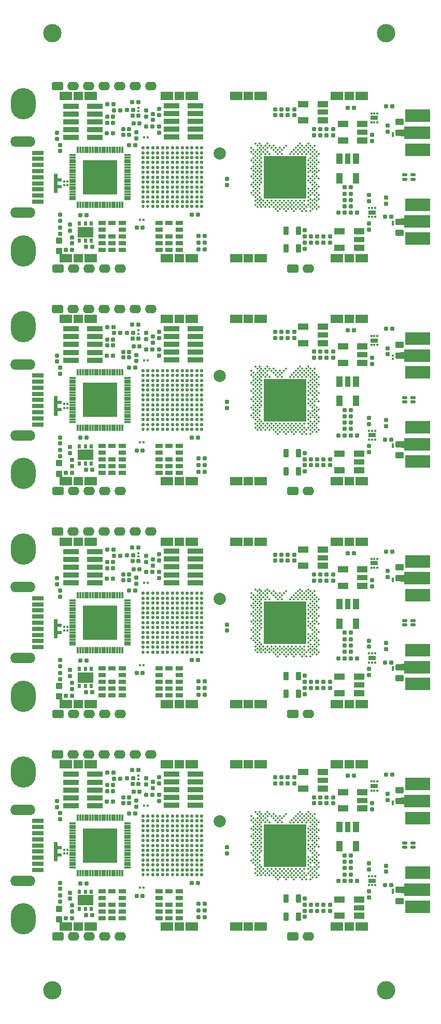
<source format=gts>
G04 Layer_Color=8388736*
%FSLAX44Y44*%
%MOMM*%
G71*
G01*
G75*
%ADD48C,0.3500*%
%ADD65R,7.0000X7.0000*%
%ADD128C,3.0000*%
%ADD129R,1.7500X1.0000*%
%ADD130R,1.7500X0.8600*%
%ADD131R,1.0000X1.7500*%
%ADD132R,0.8600X1.7500*%
%ADD133R,0.4000X0.4100*%
G04:AMPARAMS|DCode=134|XSize=0.7mm|YSize=0.7mm|CornerRadius=0.11mm|HoleSize=0mm|Usage=FLASHONLY|Rotation=180.000|XOffset=0mm|YOffset=0mm|HoleType=Round|Shape=RoundedRectangle|*
%AMROUNDEDRECTD134*
21,1,0.7000,0.4800,0,0,180.0*
21,1,0.4800,0.7000,0,0,180.0*
1,1,0.2200,-0.2400,0.2400*
1,1,0.2200,0.2400,0.2400*
1,1,0.2200,0.2400,-0.2400*
1,1,0.2200,-0.2400,-0.2400*
%
%ADD134ROUNDEDRECTD134*%
%ADD135R,4.1000X2.1000*%
%ADD136R,4.3500X2.1000*%
G04:AMPARAMS|DCode=137|XSize=0.6mm|YSize=0.7mm|CornerRadius=0.1mm|HoleSize=0mm|Usage=FLASHONLY|Rotation=0.000|XOffset=0mm|YOffset=0mm|HoleType=Round|Shape=RoundedRectangle|*
%AMROUNDEDRECTD137*
21,1,0.6000,0.5000,0,0,0.0*
21,1,0.4000,0.7000,0,0,0.0*
1,1,0.2000,0.2000,-0.2500*
1,1,0.2000,-0.2000,-0.2500*
1,1,0.2000,-0.2000,0.2500*
1,1,0.2000,0.2000,0.2500*
%
%ADD137ROUNDEDRECTD137*%
%ADD138C,2.0000*%
G04:AMPARAMS|DCode=139|XSize=0.7mm|YSize=0.7mm|CornerRadius=0.11mm|HoleSize=0mm|Usage=FLASHONLY|Rotation=270.000|XOffset=0mm|YOffset=0mm|HoleType=Round|Shape=RoundedRectangle|*
%AMROUNDEDRECTD139*
21,1,0.7000,0.4800,0,0,270.0*
21,1,0.4800,0.7000,0,0,270.0*
1,1,0.2200,-0.2400,-0.2400*
1,1,0.2200,-0.2400,0.2400*
1,1,0.2200,0.2400,0.2400*
1,1,0.2200,0.2400,-0.2400*
%
%ADD139ROUNDEDRECTD139*%
G04:AMPARAMS|DCode=140|XSize=1.1mm|YSize=1mm|CornerRadius=0.1625mm|HoleSize=0mm|Usage=FLASHONLY|Rotation=180.000|XOffset=0mm|YOffset=0mm|HoleType=Round|Shape=RoundedRectangle|*
%AMROUNDEDRECTD140*
21,1,1.1000,0.6750,0,0,180.0*
21,1,0.7750,1.0000,0,0,180.0*
1,1,0.3250,-0.3875,0.3375*
1,1,0.3250,0.3875,0.3375*
1,1,0.3250,0.3875,-0.3375*
1,1,0.3250,-0.3875,-0.3375*
%
%ADD140ROUNDEDRECTD140*%
G04:AMPARAMS|DCode=141|XSize=0.6mm|YSize=0.7mm|CornerRadius=0.1mm|HoleSize=0mm|Usage=FLASHONLY|Rotation=90.000|XOffset=0mm|YOffset=0mm|HoleType=Round|Shape=RoundedRectangle|*
%AMROUNDEDRECTD141*
21,1,0.6000,0.5000,0,0,90.0*
21,1,0.4000,0.7000,0,0,90.0*
1,1,0.2000,0.2500,0.2000*
1,1,0.2000,0.2500,-0.2000*
1,1,0.2000,-0.2500,-0.2000*
1,1,0.2000,-0.2500,0.2000*
%
%ADD141ROUNDEDRECTD141*%
%ADD142R,2.5000X0.8500*%
%ADD143C,0.5400*%
%ADD144O,0.5100X0.5400*%
%ADD145O,0.5400X0.4900*%
%ADD146C,0.5100*%
%ADD147R,1.9000X0.8000*%
%ADD148R,0.4500X0.4000*%
%ADD149R,1.2000X0.8000*%
%ADD150R,0.7500X0.5500*%
%ADD151R,0.5000X0.3500*%
%ADD152R,0.6000X0.3500*%
%ADD153R,0.4000X0.4500*%
%ADD154R,1.5000X1.4000*%
%ADD155R,2.1000X1.4000*%
G04:AMPARAMS|DCode=156|XSize=1.4mm|YSize=0.9mm|CornerRadius=0.15mm|HoleSize=0mm|Usage=FLASHONLY|Rotation=270.000|XOffset=0mm|YOffset=0mm|HoleType=Round|Shape=RoundedRectangle|*
%AMROUNDEDRECTD156*
21,1,1.4000,0.6000,0,0,270.0*
21,1,1.1000,0.9000,0,0,270.0*
1,1,0.3000,-0.3000,-0.5500*
1,1,0.3000,-0.3000,0.5500*
1,1,0.3000,0.3000,0.5500*
1,1,0.3000,0.3000,-0.5500*
%
%ADD156ROUNDEDRECTD156*%
G04:AMPARAMS|DCode=157|XSize=0.8mm|YSize=0.5mm|CornerRadius=0.1mm|HoleSize=0mm|Usage=FLASHONLY|Rotation=180.000|XOffset=0mm|YOffset=0mm|HoleType=Round|Shape=RoundedRectangle|*
%AMROUNDEDRECTD157*
21,1,0.8000,0.3000,0,0,180.0*
21,1,0.6000,0.5000,0,0,180.0*
1,1,0.2000,-0.3000,0.1500*
1,1,0.2000,0.3000,0.1500*
1,1,0.2000,0.3000,-0.1500*
1,1,0.2000,-0.3000,-0.1500*
%
%ADD157ROUNDEDRECTD157*%
%ADD158R,1.3000X0.8000*%
%ADD159R,0.3500X0.4500*%
%ADD160R,2.6000X1.8000*%
%ADD161R,0.6000X0.8000*%
G04:AMPARAMS|DCode=162|XSize=1.4mm|YSize=1.1mm|CornerRadius=0.175mm|HoleSize=0mm|Usage=FLASHONLY|Rotation=0.000|XOffset=0mm|YOffset=0mm|HoleType=Round|Shape=RoundedRectangle|*
%AMROUNDEDRECTD162*
21,1,1.4000,0.7500,0,0,0.0*
21,1,1.0500,1.1000,0,0,0.0*
1,1,0.3500,0.5250,-0.3750*
1,1,0.3500,-0.5250,-0.3750*
1,1,0.3500,-0.5250,0.3750*
1,1,0.3500,0.5250,0.3750*
%
%ADD162ROUNDEDRECTD162*%
%ADD163R,0.3000X1.0000*%
%ADD164R,1.0000X0.3000*%
%ADD165R,5.6500X5.6500*%
G04:AMPARAMS|DCode=166|XSize=1.9mm|YSize=1.4mm|CornerRadius=0.375mm|HoleSize=0mm|Usage=FLASHONLY|Rotation=0.000|XOffset=0mm|YOffset=0mm|HoleType=Round|Shape=RoundedRectangle|*
%AMROUNDEDRECTD166*
21,1,1.9000,0.6500,0,0,0.0*
21,1,1.1500,1.4000,0,0,0.0*
1,1,0.7500,0.5750,-0.3250*
1,1,0.7500,-0.5750,-0.3250*
1,1,0.7500,-0.5750,0.3250*
1,1,0.7500,0.5750,0.3250*
%
%ADD166ROUNDEDRECTD166*%
%ADD167O,1.9000X1.4000*%
%ADD168O,4.1000X1.7000*%
%ADD169O,4.1000X5.1000*%
%ADD170C,0.6000*%
G36*
X630500Y1317350D02*
X626500D01*
Y1317850D01*
X630500D01*
Y1317350D01*
D02*
G37*
G36*
X648500Y1314850D02*
X641500D01*
Y1325850D01*
X648500D01*
Y1314850D01*
D02*
G37*
G36*
X80500Y1222100D02*
X74750D01*
Y1253850D01*
X80500D01*
Y1222100D01*
D02*
G37*
G36*
X630500Y1172350D02*
X626500D01*
Y1174100D01*
X630500D01*
Y1172350D01*
D02*
G37*
G36*
X648000Y1169850D02*
X643000D01*
Y1180850D01*
X648000D01*
Y1169850D01*
D02*
G37*
G36*
X88500Y1121350D02*
X84250D01*
Y1125350D01*
X88500D01*
Y1121350D01*
D02*
G37*
G36*
X630500Y953650D02*
X626500D01*
Y954150D01*
X630500D01*
Y953650D01*
D02*
G37*
G36*
X648500Y951150D02*
X641500D01*
Y962150D01*
X648500D01*
Y951150D01*
D02*
G37*
G36*
X80500Y858400D02*
X74750D01*
Y890150D01*
X80500D01*
Y858400D01*
D02*
G37*
G36*
X630500Y808650D02*
X626500D01*
Y810400D01*
X630500D01*
Y808650D01*
D02*
G37*
G36*
X648000Y806150D02*
X643000D01*
Y817150D01*
X648000D01*
Y806150D01*
D02*
G37*
G36*
X88500Y757650D02*
X84250D01*
Y761650D01*
X88500D01*
Y757650D01*
D02*
G37*
G36*
X630500Y589950D02*
X626500D01*
Y590450D01*
X630500D01*
Y589950D01*
D02*
G37*
G36*
X648500Y587450D02*
X641500D01*
Y598450D01*
X648500D01*
Y587450D01*
D02*
G37*
G36*
X80500Y494700D02*
X74750D01*
Y526450D01*
X80500D01*
Y494700D01*
D02*
G37*
G36*
X630500Y444950D02*
X626500D01*
Y446700D01*
X630500D01*
Y444950D01*
D02*
G37*
G36*
X648000Y442450D02*
X643000D01*
Y453450D01*
X648000D01*
Y442450D01*
D02*
G37*
G36*
X88500Y393950D02*
X84250D01*
Y397950D01*
X88500D01*
Y393950D01*
D02*
G37*
G36*
X630500Y226250D02*
X626500D01*
Y226750D01*
X630500D01*
Y226250D01*
D02*
G37*
G36*
X648500Y223750D02*
X641500D01*
Y234750D01*
X648500D01*
Y223750D01*
D02*
G37*
G36*
X80500Y131000D02*
X74750D01*
Y162750D01*
X80500D01*
Y131000D01*
D02*
G37*
G36*
X630500Y81250D02*
X626500D01*
Y83000D01*
X630500D01*
Y81250D01*
D02*
G37*
G36*
X648000Y78750D02*
X643000D01*
Y89750D01*
X648000D01*
Y78750D01*
D02*
G37*
G36*
X88500Y30250D02*
X84250D01*
Y34250D01*
X88500D01*
Y30250D01*
D02*
G37*
D48*
X490560Y211400D02*
D03*
X493890Y208070D02*
D03*
X497220Y204740D02*
D03*
X500550Y201410D02*
D03*
X503880Y198080D02*
D03*
X507210Y194750D02*
D03*
X503880Y191420D02*
D03*
X500550Y194750D02*
D03*
X493890Y201410D02*
D03*
X497220Y198080D02*
D03*
X487230Y208070D02*
D03*
X490560Y204740D02*
D03*
X487230Y201410D02*
D03*
X483900Y204740D02*
D03*
X493890Y194750D02*
D03*
X490560Y198080D02*
D03*
X497220Y191420D02*
D03*
X500550Y188090D02*
D03*
X483900Y198080D02*
D03*
X480570Y201410D02*
D03*
X487230Y194750D02*
D03*
X497220Y184760D02*
D03*
X493890Y188090D02*
D03*
X473910Y208070D02*
D03*
X477240Y204740D02*
D03*
Y211400D02*
D03*
X480570Y208070D02*
D03*
X503880Y178100D02*
D03*
X500550Y181430D02*
D03*
X507210D02*
D03*
X503880Y184760D02*
D03*
X497220Y178100D02*
D03*
X500550Y174770D02*
D03*
X490560Y184760D02*
D03*
X493890Y181430D02*
D03*
X477240Y198080D02*
D03*
X480570Y194750D02*
D03*
X470580Y204740D02*
D03*
X473910Y201410D02*
D03*
X470580Y198080D02*
D03*
X467250Y201410D02*
D03*
X473910Y194750D02*
D03*
X467250D02*
D03*
X463920Y198080D02*
D03*
X460590Y194750D02*
D03*
X507210Y168110D02*
D03*
X503880Y171440D02*
D03*
X500550Y168110D02*
D03*
X503880Y164780D02*
D03*
X490560Y178100D02*
D03*
X497220Y171440D02*
D03*
X493890Y174770D02*
D03*
X503880Y158120D02*
D03*
X507210Y154790D02*
D03*
X493890Y168110D02*
D03*
X490560Y171440D02*
D03*
X500550Y161450D02*
D03*
X497220Y164780D02*
D03*
X490560D02*
D03*
X500550Y154790D02*
D03*
X497220Y158120D02*
D03*
Y151460D02*
D03*
X500550Y148130D02*
D03*
X490560Y158120D02*
D03*
X493890Y154790D02*
D03*
X507210Y141470D02*
D03*
X503880Y144800D02*
D03*
X497220D02*
D03*
X500550Y141470D02*
D03*
X490560Y151460D02*
D03*
X493890Y148130D02*
D03*
X503880Y138140D02*
D03*
X497220D02*
D03*
X500550Y134810D02*
D03*
X507210Y128150D02*
D03*
X503880Y131480D02*
D03*
X497220D02*
D03*
X500550Y128150D02*
D03*
X490560Y138140D02*
D03*
X493890Y134810D02*
D03*
X507210Y121490D02*
D03*
X503880Y124820D02*
D03*
X500550Y121490D02*
D03*
X490560Y131480D02*
D03*
X493890Y128150D02*
D03*
X500550Y114830D02*
D03*
X490560Y124820D02*
D03*
X493890Y121490D02*
D03*
X507210Y108170D02*
D03*
X503880Y111500D02*
D03*
X497220D02*
D03*
X500550Y108170D02*
D03*
X493890Y114830D02*
D03*
X503880Y104840D02*
D03*
X497220D02*
D03*
X490560Y111500D02*
D03*
X493890Y108170D02*
D03*
X500550Y208070D02*
D03*
X447270Y194750D02*
D03*
X440610D02*
D03*
X443940Y198080D02*
D03*
X447270Y201410D02*
D03*
X450600Y204740D02*
D03*
X453930Y208070D02*
D03*
X437280Y198080D02*
D03*
X440610Y201410D02*
D03*
X437280Y204740D02*
D03*
X433950Y201410D02*
D03*
Y208070D02*
D03*
X430620Y204740D02*
D03*
X443940D02*
D03*
X427290Y208070D02*
D03*
X423960Y211400D02*
D03*
X420630Y208070D02*
D03*
X423960Y204740D02*
D03*
X427290Y194750D02*
D03*
X423960Y198080D02*
D03*
X420630Y201410D02*
D03*
X413970Y208070D02*
D03*
X417300Y204740D02*
D03*
X410640Y211400D02*
D03*
X403980D02*
D03*
X410640Y204740D02*
D03*
X407310Y208070D02*
D03*
X413970Y201410D02*
D03*
X417300Y198080D02*
D03*
X420630Y194750D02*
D03*
X407310Y201410D02*
D03*
X410640Y198080D02*
D03*
X413970Y194750D02*
D03*
X397320Y204740D02*
D03*
X403980Y198080D02*
D03*
X400650Y201410D02*
D03*
X407310Y194750D02*
D03*
X410640Y191420D02*
D03*
X413970Y188090D02*
D03*
X397320Y198080D02*
D03*
X403980Y191420D02*
D03*
X400650Y194750D02*
D03*
X407310Y188090D02*
D03*
X410640Y184760D02*
D03*
X413970Y181430D02*
D03*
X403980Y184760D02*
D03*
X400650Y188090D02*
D03*
X407310Y181430D02*
D03*
X410640Y178100D02*
D03*
X413970Y174770D02*
D03*
X397320Y184760D02*
D03*
X403980Y178100D02*
D03*
X400650Y181430D02*
D03*
X407310Y174770D02*
D03*
X410640Y171440D02*
D03*
X413970Y168110D02*
D03*
X403980Y171440D02*
D03*
X400650Y174770D02*
D03*
X407310Y168110D02*
D03*
X410640Y164780D02*
D03*
X413970Y161450D02*
D03*
X397320Y171440D02*
D03*
X403980Y164780D02*
D03*
X400650Y168110D02*
D03*
X407310Y161450D02*
D03*
X410640Y158120D02*
D03*
X413970Y154790D02*
D03*
X403980Y158120D02*
D03*
X400650Y161450D02*
D03*
X407310Y154790D02*
D03*
X410640Y151460D02*
D03*
X413970Y148130D02*
D03*
X397320Y158120D02*
D03*
X403980Y151460D02*
D03*
X400650Y154790D02*
D03*
X407310Y148130D02*
D03*
X410640Y144800D02*
D03*
X403980Y144800D02*
D03*
X400650Y148130D02*
D03*
X407310Y141470D02*
D03*
X410640Y138140D02*
D03*
X397320Y144800D02*
D03*
X403980Y138140D02*
D03*
X400650Y141470D02*
D03*
X407310Y134810D02*
D03*
X410640Y131480D02*
D03*
X400650Y134810D02*
D03*
X407310Y128150D02*
D03*
X403980Y131480D02*
D03*
X410640Y124820D02*
D03*
X413970Y121490D02*
D03*
X417300Y118160D02*
D03*
X397320Y131480D02*
D03*
X403980Y124820D02*
D03*
X400650Y128150D02*
D03*
X407310Y121489D02*
D03*
X410640Y118160D02*
D03*
X413970Y114830D02*
D03*
X420630Y108169D02*
D03*
X417300Y111500D02*
D03*
X423960D02*
D03*
X420630Y114830D02*
D03*
X413970Y108169D02*
D03*
X410640Y111500D02*
D03*
X407310Y114830D02*
D03*
X403980Y118160D02*
D03*
X407310Y108169D02*
D03*
X403980Y111500D02*
D03*
X423960Y118160D02*
D03*
X430620D02*
D03*
X437280D02*
D03*
X443940D02*
D03*
X450600D02*
D03*
X457260D02*
D03*
X463920D02*
D03*
X470580D02*
D03*
X477240D02*
D03*
X483900D02*
D03*
X490560D02*
D03*
X497220D02*
D03*
X503880D02*
D03*
X427290Y114830D02*
D03*
X433950D02*
D03*
X440610D02*
D03*
X447270D02*
D03*
X453930D02*
D03*
X460590D02*
D03*
X467250D02*
D03*
X480570D02*
D03*
X473910D02*
D03*
X483900Y111500D02*
D03*
X477240D02*
D03*
X470580D02*
D03*
X463920D02*
D03*
X457260D02*
D03*
X450600D02*
D03*
X443940D02*
D03*
X437280D02*
D03*
X430620D02*
D03*
X480570Y108169D02*
D03*
X473910D02*
D03*
X467250D02*
D03*
X460590D02*
D03*
X453930D02*
D03*
X447270D02*
D03*
X440610D02*
D03*
X433950D02*
D03*
X427290D02*
D03*
X487230D02*
D03*
X493890Y101510D02*
D03*
X483900Y104839D02*
D03*
X437280D02*
D03*
X443940D02*
D03*
X450600D02*
D03*
X457260D02*
D03*
X463920D02*
D03*
X470580D02*
D03*
X477240D02*
D03*
X487230Y101510D02*
D03*
X480570D02*
D03*
X467250D02*
D03*
X453930D02*
D03*
X440610D02*
D03*
X490560Y575100D02*
D03*
X493890Y571770D02*
D03*
X497220Y568440D02*
D03*
X500550Y565110D02*
D03*
X503880Y561780D02*
D03*
X507210Y558450D02*
D03*
X503880Y555120D02*
D03*
X500550Y558450D02*
D03*
X493890Y565110D02*
D03*
X497220Y561780D02*
D03*
X487230Y571770D02*
D03*
X490560Y568440D02*
D03*
X487230Y565110D02*
D03*
X483900Y568440D02*
D03*
X493890Y558450D02*
D03*
X490560Y561780D02*
D03*
X497220Y555120D02*
D03*
X500550Y551790D02*
D03*
X483900Y561780D02*
D03*
X480570Y565110D02*
D03*
X487230Y558450D02*
D03*
X497220Y548460D02*
D03*
X493890Y551790D02*
D03*
X473910Y571770D02*
D03*
X477240Y568440D02*
D03*
Y575100D02*
D03*
X480570Y571770D02*
D03*
X503880Y541800D02*
D03*
X500550Y545130D02*
D03*
X507210D02*
D03*
X503880Y548460D02*
D03*
X497220Y541800D02*
D03*
X500550Y538470D02*
D03*
X490560Y548460D02*
D03*
X493890Y545130D02*
D03*
X477240Y561780D02*
D03*
X480570Y558450D02*
D03*
X470580Y568440D02*
D03*
X473910Y565110D02*
D03*
X470580Y561780D02*
D03*
X467250Y565110D02*
D03*
X473910Y558450D02*
D03*
X467250D02*
D03*
X463920Y561780D02*
D03*
X460590Y558450D02*
D03*
X507210Y531810D02*
D03*
X503880Y535140D02*
D03*
X500550Y531810D02*
D03*
X503880Y528480D02*
D03*
X490560Y541800D02*
D03*
X497220Y535140D02*
D03*
X493890Y538470D02*
D03*
X503880Y521820D02*
D03*
X507210Y518490D02*
D03*
X493890Y531810D02*
D03*
X490560Y535140D02*
D03*
X500550Y525150D02*
D03*
X497220Y528480D02*
D03*
X490560D02*
D03*
X500550Y518490D02*
D03*
X497220Y521820D02*
D03*
Y515160D02*
D03*
X500550Y511830D02*
D03*
X490560Y521820D02*
D03*
X493890Y518490D02*
D03*
X507210Y505170D02*
D03*
X503880Y508500D02*
D03*
X497220D02*
D03*
X500550Y505170D02*
D03*
X490560Y515160D02*
D03*
X493890Y511830D02*
D03*
X503880Y501840D02*
D03*
X497220D02*
D03*
X500550Y498510D02*
D03*
X507210Y491850D02*
D03*
X503880Y495180D02*
D03*
X497220D02*
D03*
X500550Y491850D02*
D03*
X490560Y501840D02*
D03*
X493890Y498510D02*
D03*
X507210Y485190D02*
D03*
X503880Y488520D02*
D03*
X500550Y485190D02*
D03*
X490560Y495180D02*
D03*
X493890Y491850D02*
D03*
X500550Y478530D02*
D03*
X490560Y488520D02*
D03*
X493890Y485190D02*
D03*
X507210Y471870D02*
D03*
X503880Y475200D02*
D03*
X497220D02*
D03*
X500550Y471870D02*
D03*
X493890Y478530D02*
D03*
X503880Y468540D02*
D03*
X497220D02*
D03*
X490560Y475200D02*
D03*
X493890Y471870D02*
D03*
X500550Y571770D02*
D03*
X447270Y558450D02*
D03*
X440610D02*
D03*
X443940Y561780D02*
D03*
X447270Y565110D02*
D03*
X450600Y568440D02*
D03*
X453930Y571770D02*
D03*
X437280Y561780D02*
D03*
X440610Y565110D02*
D03*
X437280Y568440D02*
D03*
X433950Y565110D02*
D03*
Y571770D02*
D03*
X430620Y568440D02*
D03*
X443940D02*
D03*
X427290Y571770D02*
D03*
X423960Y575100D02*
D03*
X420630Y571770D02*
D03*
X423960Y568440D02*
D03*
X427290Y558450D02*
D03*
X423960Y561780D02*
D03*
X420630Y565110D02*
D03*
X413970Y571770D02*
D03*
X417300Y568440D02*
D03*
X410640Y575100D02*
D03*
X403980D02*
D03*
X410640Y568440D02*
D03*
X407310Y571770D02*
D03*
X413970Y565110D02*
D03*
X417300Y561780D02*
D03*
X420630Y558450D02*
D03*
X407310Y565110D02*
D03*
X410640Y561780D02*
D03*
X413970Y558450D02*
D03*
X397320Y568440D02*
D03*
X403980Y561780D02*
D03*
X400650Y565110D02*
D03*
X407310Y558450D02*
D03*
X410640Y555120D02*
D03*
X413970Y551790D02*
D03*
X397320Y561780D02*
D03*
X403980Y555120D02*
D03*
X400650Y558450D02*
D03*
X407310Y551790D02*
D03*
X410640Y548460D02*
D03*
X413970Y545130D02*
D03*
X403980Y548460D02*
D03*
X400650Y551790D02*
D03*
X407310Y545130D02*
D03*
X410640Y541800D02*
D03*
X413970Y538470D02*
D03*
X397320Y548460D02*
D03*
X403980Y541800D02*
D03*
X400650Y545130D02*
D03*
X407310Y538470D02*
D03*
X410640Y535140D02*
D03*
X413970Y531810D02*
D03*
X403980Y535140D02*
D03*
X400650Y538470D02*
D03*
X407310Y531810D02*
D03*
X410640Y528480D02*
D03*
X413970Y525150D02*
D03*
X397320Y535140D02*
D03*
X403980Y528480D02*
D03*
X400650Y531810D02*
D03*
X407310Y525150D02*
D03*
X410640Y521820D02*
D03*
X413970Y518490D02*
D03*
X403980Y521820D02*
D03*
X400650Y525150D02*
D03*
X407310Y518490D02*
D03*
X410640Y515160D02*
D03*
X413970Y511830D02*
D03*
X397320Y521820D02*
D03*
X403980Y515160D02*
D03*
X400650Y518490D02*
D03*
X407310Y511830D02*
D03*
X410640Y508500D02*
D03*
X403980Y508500D02*
D03*
X400650Y511830D02*
D03*
X407310Y505170D02*
D03*
X410640Y501840D02*
D03*
X397320Y508500D02*
D03*
X403980Y501840D02*
D03*
X400650Y505170D02*
D03*
X407310Y498510D02*
D03*
X410640Y495180D02*
D03*
X400650Y498510D02*
D03*
X407310Y491850D02*
D03*
X403980Y495180D02*
D03*
X410640Y488520D02*
D03*
X413970Y485190D02*
D03*
X417300Y481860D02*
D03*
X397320Y495180D02*
D03*
X403980Y488520D02*
D03*
X400650Y491850D02*
D03*
X407310Y485190D02*
D03*
X410640Y481860D02*
D03*
X413970Y478530D02*
D03*
X420630Y471870D02*
D03*
X417300Y475200D02*
D03*
X423960D02*
D03*
X420630Y478530D02*
D03*
X413970Y471870D02*
D03*
X410640Y475200D02*
D03*
X407310Y478530D02*
D03*
X403980Y481860D02*
D03*
X407310Y471870D02*
D03*
X403980Y475200D02*
D03*
X423960Y481860D02*
D03*
X430620D02*
D03*
X437280D02*
D03*
X443940D02*
D03*
X450600D02*
D03*
X457260D02*
D03*
X463920D02*
D03*
X470580D02*
D03*
X477240D02*
D03*
X483900D02*
D03*
X490560D02*
D03*
X497220D02*
D03*
X503880D02*
D03*
X427290Y478530D02*
D03*
X433950D02*
D03*
X440610D02*
D03*
X447270D02*
D03*
X453930D02*
D03*
X460590D02*
D03*
X467250D02*
D03*
X480570D02*
D03*
X473910D02*
D03*
X483900Y475200D02*
D03*
X477240D02*
D03*
X470580D02*
D03*
X463920D02*
D03*
X457260D02*
D03*
X450600D02*
D03*
X443940D02*
D03*
X437280D02*
D03*
X430620D02*
D03*
X480570Y471870D02*
D03*
X473910D02*
D03*
X467250D02*
D03*
X460590D02*
D03*
X453930D02*
D03*
X447270D02*
D03*
X440610D02*
D03*
X433950D02*
D03*
X427290D02*
D03*
X487230D02*
D03*
X493890Y465210D02*
D03*
X483900Y468540D02*
D03*
X437280D02*
D03*
X443940D02*
D03*
X450600D02*
D03*
X457260D02*
D03*
X463920D02*
D03*
X470580D02*
D03*
X477240D02*
D03*
X487230Y465210D02*
D03*
X480570D02*
D03*
X467250D02*
D03*
X453930D02*
D03*
X440610D02*
D03*
X490560Y938800D02*
D03*
X493890Y935470D02*
D03*
X497220Y932140D02*
D03*
X500550Y928810D02*
D03*
X503880Y925480D02*
D03*
X507210Y922150D02*
D03*
X503880Y918820D02*
D03*
X500550Y922150D02*
D03*
X493890Y928810D02*
D03*
X497220Y925480D02*
D03*
X487230Y935470D02*
D03*
X490560Y932140D02*
D03*
X487230Y928810D02*
D03*
X483900Y932140D02*
D03*
X493890Y922150D02*
D03*
X490560Y925480D02*
D03*
X497220Y918820D02*
D03*
X500550Y915490D02*
D03*
X483900Y925480D02*
D03*
X480570Y928810D02*
D03*
X487230Y922150D02*
D03*
X497220Y912160D02*
D03*
X493890Y915490D02*
D03*
X473910Y935470D02*
D03*
X477240Y932140D02*
D03*
Y938800D02*
D03*
X480570Y935470D02*
D03*
X503880Y905500D02*
D03*
X500550Y908830D02*
D03*
X507210D02*
D03*
X503880Y912160D02*
D03*
X497220Y905500D02*
D03*
X500550Y902170D02*
D03*
X490560Y912160D02*
D03*
X493890Y908830D02*
D03*
X477240Y925480D02*
D03*
X480570Y922150D02*
D03*
X470580Y932140D02*
D03*
X473910Y928810D02*
D03*
X470580Y925480D02*
D03*
X467250Y928810D02*
D03*
X473910Y922150D02*
D03*
X467250D02*
D03*
X463920Y925480D02*
D03*
X460590Y922150D02*
D03*
X507210Y895510D02*
D03*
X503880Y898840D02*
D03*
X500550Y895510D02*
D03*
X503880Y892180D02*
D03*
X490560Y905500D02*
D03*
X497220Y898840D02*
D03*
X493890Y902170D02*
D03*
X503880Y885520D02*
D03*
X507210Y882190D02*
D03*
X493890Y895510D02*
D03*
X490560Y898840D02*
D03*
X500550Y888850D02*
D03*
X497220Y892180D02*
D03*
X490560D02*
D03*
X500550Y882190D02*
D03*
X497220Y885520D02*
D03*
Y878860D02*
D03*
X500550Y875530D02*
D03*
X490560Y885520D02*
D03*
X493890Y882190D02*
D03*
X507210Y868870D02*
D03*
X503880Y872200D02*
D03*
X497220D02*
D03*
X500550Y868870D02*
D03*
X490560Y878860D02*
D03*
X493890Y875530D02*
D03*
X503880Y865540D02*
D03*
X497220D02*
D03*
X500550Y862210D02*
D03*
X507210Y855550D02*
D03*
X503880Y858880D02*
D03*
X497220D02*
D03*
X500550Y855550D02*
D03*
X490560Y865540D02*
D03*
X493890Y862210D02*
D03*
X507210Y848890D02*
D03*
X503880Y852220D02*
D03*
X500550Y848890D02*
D03*
X490560Y858880D02*
D03*
X493890Y855550D02*
D03*
X500550Y842230D02*
D03*
X490560Y852220D02*
D03*
X493890Y848890D02*
D03*
X507210Y835570D02*
D03*
X503880Y838900D02*
D03*
X497220D02*
D03*
X500550Y835570D02*
D03*
X493890Y842230D02*
D03*
X503880Y832240D02*
D03*
X497220D02*
D03*
X490560Y838900D02*
D03*
X493890Y835570D02*
D03*
X500550Y935470D02*
D03*
X447270Y922150D02*
D03*
X440610D02*
D03*
X443940Y925480D02*
D03*
X447270Y928810D02*
D03*
X450600Y932140D02*
D03*
X453930Y935470D02*
D03*
X437280Y925480D02*
D03*
X440610Y928810D02*
D03*
X437280Y932140D02*
D03*
X433950Y928810D02*
D03*
Y935470D02*
D03*
X430620Y932140D02*
D03*
X443940D02*
D03*
X427290Y935470D02*
D03*
X423960Y938800D02*
D03*
X420630Y935470D02*
D03*
X423960Y932140D02*
D03*
X427290Y922150D02*
D03*
X423960Y925480D02*
D03*
X420630Y928810D02*
D03*
X413970Y935470D02*
D03*
X417300Y932140D02*
D03*
X410640Y938800D02*
D03*
X403980D02*
D03*
X410640Y932140D02*
D03*
X407310Y935470D02*
D03*
X413970Y928810D02*
D03*
X417300Y925480D02*
D03*
X420630Y922150D02*
D03*
X407310Y928810D02*
D03*
X410640Y925480D02*
D03*
X413970Y922150D02*
D03*
X397320Y932140D02*
D03*
X403980Y925480D02*
D03*
X400650Y928810D02*
D03*
X407310Y922150D02*
D03*
X410640Y918820D02*
D03*
X413970Y915490D02*
D03*
X397320Y925480D02*
D03*
X403980Y918820D02*
D03*
X400650Y922150D02*
D03*
X407310Y915490D02*
D03*
X410640Y912160D02*
D03*
X413970Y908830D02*
D03*
X403980Y912160D02*
D03*
X400650Y915490D02*
D03*
X407310Y908830D02*
D03*
X410640Y905500D02*
D03*
X413970Y902170D02*
D03*
X397320Y912160D02*
D03*
X403980Y905500D02*
D03*
X400650Y908830D02*
D03*
X407310Y902170D02*
D03*
X410640Y898840D02*
D03*
X413970Y895510D02*
D03*
X403980Y898840D02*
D03*
X400650Y902170D02*
D03*
X407310Y895510D02*
D03*
X410640Y892180D02*
D03*
X413970Y888850D02*
D03*
X397320Y898840D02*
D03*
X403980Y892180D02*
D03*
X400650Y895510D02*
D03*
X407310Y888850D02*
D03*
X410640Y885520D02*
D03*
X413970Y882190D02*
D03*
X403980Y885520D02*
D03*
X400650Y888850D02*
D03*
X407310Y882190D02*
D03*
X410640Y878860D02*
D03*
X413970Y875530D02*
D03*
X397320Y885520D02*
D03*
X403980Y878860D02*
D03*
X400650Y882190D02*
D03*
X407310Y875530D02*
D03*
X410640Y872200D02*
D03*
X403980Y872200D02*
D03*
X400650Y875530D02*
D03*
X407310Y868870D02*
D03*
X410640Y865540D02*
D03*
X397320Y872200D02*
D03*
X403980Y865540D02*
D03*
X400650Y868870D02*
D03*
X407310Y862210D02*
D03*
X410640Y858880D02*
D03*
X400650Y862210D02*
D03*
X407310Y855550D02*
D03*
X403980Y858880D02*
D03*
X410640Y852220D02*
D03*
X413970Y848890D02*
D03*
X417300Y845560D02*
D03*
X397320Y858880D02*
D03*
X403980Y852220D02*
D03*
X400650Y855550D02*
D03*
X407310Y848890D02*
D03*
X410640Y845560D02*
D03*
X413970Y842230D02*
D03*
X420630Y835570D02*
D03*
X417300Y838900D02*
D03*
X423960D02*
D03*
X420630Y842230D02*
D03*
X413970Y835570D02*
D03*
X410640Y838900D02*
D03*
X407310Y842230D02*
D03*
X403980Y845560D02*
D03*
X407310Y835570D02*
D03*
X403980Y838900D02*
D03*
X423960Y845560D02*
D03*
X430620D02*
D03*
X437280D02*
D03*
X443940D02*
D03*
X450600D02*
D03*
X457260D02*
D03*
X463920D02*
D03*
X470580D02*
D03*
X477240D02*
D03*
X483900D02*
D03*
X490560D02*
D03*
X497220D02*
D03*
X503880D02*
D03*
X427290Y842230D02*
D03*
X433950D02*
D03*
X440610D02*
D03*
X447270D02*
D03*
X453930D02*
D03*
X460590D02*
D03*
X467250D02*
D03*
X480570D02*
D03*
X473910D02*
D03*
X483900Y838900D02*
D03*
X477240D02*
D03*
X470580D02*
D03*
X463920D02*
D03*
X457260D02*
D03*
X450600D02*
D03*
X443940D02*
D03*
X437280D02*
D03*
X430620D02*
D03*
X480570Y835570D02*
D03*
X473910D02*
D03*
X467250D02*
D03*
X460590D02*
D03*
X453930D02*
D03*
X447270D02*
D03*
X440610D02*
D03*
X433950D02*
D03*
X427290D02*
D03*
X487230D02*
D03*
X493890Y828910D02*
D03*
X483900Y832240D02*
D03*
X437280D02*
D03*
X443940D02*
D03*
X450600D02*
D03*
X457260D02*
D03*
X463920D02*
D03*
X470580D02*
D03*
X477240D02*
D03*
X487230Y828910D02*
D03*
X480570D02*
D03*
X467250D02*
D03*
X453930D02*
D03*
X440610D02*
D03*
X490560Y1302500D02*
D03*
X493890Y1299170D02*
D03*
X497220Y1295840D02*
D03*
X500550Y1292510D02*
D03*
X503880Y1289180D02*
D03*
X507210Y1285850D02*
D03*
X503880Y1282520D02*
D03*
X500550Y1285850D02*
D03*
X493890Y1292510D02*
D03*
X497220Y1289180D02*
D03*
X487230Y1299170D02*
D03*
X490560Y1295840D02*
D03*
X487230Y1292510D02*
D03*
X483900Y1295840D02*
D03*
X493890Y1285850D02*
D03*
X490560Y1289180D02*
D03*
X497220Y1282520D02*
D03*
X500550Y1279190D02*
D03*
X483900Y1289180D02*
D03*
X480570Y1292510D02*
D03*
X487230Y1285850D02*
D03*
X497220Y1275860D02*
D03*
X493890Y1279190D02*
D03*
X473910Y1299170D02*
D03*
X477240Y1295840D02*
D03*
Y1302500D02*
D03*
X480570Y1299170D02*
D03*
X503880Y1269200D02*
D03*
X500550Y1272530D02*
D03*
X507210D02*
D03*
X503880Y1275860D02*
D03*
X497220Y1269200D02*
D03*
X500550Y1265870D02*
D03*
X490560Y1275860D02*
D03*
X493890Y1272530D02*
D03*
X477240Y1289180D02*
D03*
X480570Y1285850D02*
D03*
X470580Y1295840D02*
D03*
X473910Y1292510D02*
D03*
X470580Y1289180D02*
D03*
X467250Y1292510D02*
D03*
X473910Y1285850D02*
D03*
X467250D02*
D03*
X463920Y1289180D02*
D03*
X460590Y1285850D02*
D03*
X507210Y1259210D02*
D03*
X503880Y1262540D02*
D03*
X500550Y1259210D02*
D03*
X503880Y1255880D02*
D03*
X490560Y1269200D02*
D03*
X497220Y1262540D02*
D03*
X493890Y1265870D02*
D03*
X503880Y1249220D02*
D03*
X507210Y1245890D02*
D03*
X493890Y1259210D02*
D03*
X490560Y1262540D02*
D03*
X500550Y1252550D02*
D03*
X497220Y1255880D02*
D03*
X490560D02*
D03*
X500550Y1245890D02*
D03*
X497220Y1249220D02*
D03*
Y1242560D02*
D03*
X500550Y1239230D02*
D03*
X490560Y1249220D02*
D03*
X493890Y1245890D02*
D03*
X507210Y1232570D02*
D03*
X503880Y1235900D02*
D03*
X497220D02*
D03*
X500550Y1232570D02*
D03*
X490560Y1242560D02*
D03*
X493890Y1239230D02*
D03*
X503880Y1229240D02*
D03*
X497220D02*
D03*
X500550Y1225910D02*
D03*
X507210Y1219250D02*
D03*
X503880Y1222580D02*
D03*
X497220D02*
D03*
X500550Y1219250D02*
D03*
X490560Y1229240D02*
D03*
X493890Y1225910D02*
D03*
X507210Y1212590D02*
D03*
X503880Y1215920D02*
D03*
X500550Y1212590D02*
D03*
X490560Y1222580D02*
D03*
X493890Y1219250D02*
D03*
X500550Y1205930D02*
D03*
X490560Y1215920D02*
D03*
X493890Y1212590D02*
D03*
X507210Y1199270D02*
D03*
X503880Y1202600D02*
D03*
X497220D02*
D03*
X500550Y1199270D02*
D03*
X493890Y1205930D02*
D03*
X503880Y1195940D02*
D03*
X497220D02*
D03*
X490560Y1202600D02*
D03*
X493890Y1199270D02*
D03*
X500550Y1299170D02*
D03*
X447270Y1285850D02*
D03*
X440610D02*
D03*
X443940Y1289180D02*
D03*
X447270Y1292510D02*
D03*
X450600Y1295840D02*
D03*
X453930Y1299170D02*
D03*
X437280Y1289180D02*
D03*
X440610Y1292510D02*
D03*
X437280Y1295840D02*
D03*
X433950Y1292510D02*
D03*
Y1299170D02*
D03*
X430620Y1295840D02*
D03*
X443940D02*
D03*
X427290Y1299170D02*
D03*
X423960Y1302500D02*
D03*
X420630Y1299170D02*
D03*
X423960Y1295840D02*
D03*
X427290Y1285850D02*
D03*
X423960Y1289180D02*
D03*
X420630Y1292510D02*
D03*
X413970Y1299170D02*
D03*
X417300Y1295840D02*
D03*
X410640Y1302500D02*
D03*
X403980D02*
D03*
X410640Y1295840D02*
D03*
X407310Y1299170D02*
D03*
X413970Y1292510D02*
D03*
X417300Y1289180D02*
D03*
X420630Y1285850D02*
D03*
X407310Y1292510D02*
D03*
X410640Y1289180D02*
D03*
X413970Y1285850D02*
D03*
X397320Y1295840D02*
D03*
X403980Y1289180D02*
D03*
X400650Y1292510D02*
D03*
X407310Y1285850D02*
D03*
X410640Y1282520D02*
D03*
X413970Y1279190D02*
D03*
X397320Y1289180D02*
D03*
X403980Y1282520D02*
D03*
X400650Y1285850D02*
D03*
X407310Y1279190D02*
D03*
X410640Y1275860D02*
D03*
X413970Y1272530D02*
D03*
X403980Y1275860D02*
D03*
X400650Y1279190D02*
D03*
X407310Y1272530D02*
D03*
X410640Y1269200D02*
D03*
X413970Y1265870D02*
D03*
X397320Y1275860D02*
D03*
X403980Y1269200D02*
D03*
X400650Y1272530D02*
D03*
X407310Y1265870D02*
D03*
X410640Y1262540D02*
D03*
X413970Y1259210D02*
D03*
X403980Y1262540D02*
D03*
X400650Y1265870D02*
D03*
X407310Y1259210D02*
D03*
X410640Y1255880D02*
D03*
X413970Y1252550D02*
D03*
X397320Y1262540D02*
D03*
X403980Y1255880D02*
D03*
X400650Y1259210D02*
D03*
X407310Y1252550D02*
D03*
X410640Y1249220D02*
D03*
X413970Y1245890D02*
D03*
X403980Y1249220D02*
D03*
X400650Y1252550D02*
D03*
X407310Y1245890D02*
D03*
X410640Y1242560D02*
D03*
X413970Y1239230D02*
D03*
X397320Y1249220D02*
D03*
X403980Y1242560D02*
D03*
X400650Y1245890D02*
D03*
X407310Y1239230D02*
D03*
X410640Y1235900D02*
D03*
X403980Y1235900D02*
D03*
X400650Y1239230D02*
D03*
X407310Y1232570D02*
D03*
X410640Y1229240D02*
D03*
X397320Y1235900D02*
D03*
X403980Y1229240D02*
D03*
X400650Y1232570D02*
D03*
X407310Y1225910D02*
D03*
X410640Y1222580D02*
D03*
X400650Y1225910D02*
D03*
X407310Y1219250D02*
D03*
X403980Y1222580D02*
D03*
X410640Y1215920D02*
D03*
X413970Y1212590D02*
D03*
X417300Y1209260D02*
D03*
X397320Y1222580D02*
D03*
X403980Y1215920D02*
D03*
X400650Y1219250D02*
D03*
X407310Y1212590D02*
D03*
X410640Y1209260D02*
D03*
X413970Y1205930D02*
D03*
X420630Y1199270D02*
D03*
X417300Y1202600D02*
D03*
X423960D02*
D03*
X420630Y1205930D02*
D03*
X413970Y1199270D02*
D03*
X410640Y1202600D02*
D03*
X407310Y1205930D02*
D03*
X403980Y1209260D02*
D03*
X407310Y1199270D02*
D03*
X403980Y1202600D02*
D03*
X423960Y1209260D02*
D03*
X430620D02*
D03*
X437280D02*
D03*
X443940D02*
D03*
X450600D02*
D03*
X457260D02*
D03*
X463920D02*
D03*
X470580D02*
D03*
X477240D02*
D03*
X483900D02*
D03*
X490560D02*
D03*
X497220D02*
D03*
X503880D02*
D03*
X427290Y1205930D02*
D03*
X433950D02*
D03*
X440610D02*
D03*
X447270D02*
D03*
X453930D02*
D03*
X460590D02*
D03*
X467250D02*
D03*
X480570D02*
D03*
X473910D02*
D03*
X483900Y1202600D02*
D03*
X477240D02*
D03*
X470580D02*
D03*
X463920D02*
D03*
X457260D02*
D03*
X450600D02*
D03*
X443940D02*
D03*
X437280D02*
D03*
X430620D02*
D03*
X480570Y1199270D02*
D03*
X473910D02*
D03*
X467250D02*
D03*
X460590D02*
D03*
X453930D02*
D03*
X447270D02*
D03*
X440610D02*
D03*
X433950D02*
D03*
X427290D02*
D03*
X487230D02*
D03*
X493890Y1192610D02*
D03*
X483900Y1195940D02*
D03*
X437280D02*
D03*
X443940D02*
D03*
X450600D02*
D03*
X457260D02*
D03*
X463920D02*
D03*
X470580D02*
D03*
X477240D02*
D03*
X487230Y1192610D02*
D03*
X480570D02*
D03*
X467250D02*
D03*
X453930D02*
D03*
X440610D02*
D03*
D65*
X452160Y156410D02*
D03*
Y520110D02*
D03*
Y883810D02*
D03*
Y1247510D02*
D03*
D128*
X71999Y1482800D02*
D03*
X617999D02*
D03*
X618000Y-80000D02*
D03*
X72000D02*
D03*
D129*
X573400Y68700D02*
D03*
Y41800D02*
D03*
X541600D02*
D03*
Y68700D02*
D03*
X482350Y276450D02*
D03*
Y249550D02*
D03*
X514150D02*
D03*
Y276450D02*
D03*
X578900Y243950D02*
D03*
Y217050D02*
D03*
X547100D02*
D03*
Y243950D02*
D03*
X573400Y432400D02*
D03*
Y405500D02*
D03*
X541600D02*
D03*
Y432400D02*
D03*
X482350Y640150D02*
D03*
Y613250D02*
D03*
X514150D02*
D03*
Y640150D02*
D03*
X578900Y607650D02*
D03*
Y580750D02*
D03*
X547100D02*
D03*
Y607650D02*
D03*
X573400Y796100D02*
D03*
Y769200D02*
D03*
X541600D02*
D03*
Y796100D02*
D03*
X482350Y1003850D02*
D03*
Y976950D02*
D03*
X514150D02*
D03*
Y1003850D02*
D03*
X578900Y971350D02*
D03*
Y944450D02*
D03*
X547100D02*
D03*
Y971350D02*
D03*
X573400Y1159800D02*
D03*
Y1132900D02*
D03*
X541600D02*
D03*
Y1159800D02*
D03*
X482350Y1367550D02*
D03*
Y1340650D02*
D03*
X514150D02*
D03*
Y1367550D02*
D03*
X578900Y1335050D02*
D03*
Y1308150D02*
D03*
X547100D02*
D03*
Y1335050D02*
D03*
D130*
X573400Y55250D02*
D03*
X514150Y263000D02*
D03*
X578900Y230500D02*
D03*
X573400Y418950D02*
D03*
X514150Y626700D02*
D03*
X578900Y594200D02*
D03*
X573400Y782650D02*
D03*
X514150Y990400D02*
D03*
X578900Y957900D02*
D03*
X573400Y1146350D02*
D03*
X514150Y1354100D02*
D03*
X578900Y1321600D02*
D03*
D131*
X541550Y155200D02*
D03*
X568450D02*
D03*
Y187000D02*
D03*
X541550D02*
D03*
Y518900D02*
D03*
X568450D02*
D03*
Y550700D02*
D03*
X541550D02*
D03*
Y882600D02*
D03*
X568450D02*
D03*
Y914400D02*
D03*
X541550D02*
D03*
Y1246300D02*
D03*
X568450D02*
D03*
Y1278100D02*
D03*
X541550D02*
D03*
D132*
X555000Y187000D02*
D03*
Y550700D02*
D03*
Y914400D02*
D03*
Y1278100D02*
D03*
D133*
X628500Y79750D02*
D03*
Y84250D02*
D03*
Y224250D02*
D03*
Y228750D02*
D03*
Y443450D02*
D03*
Y447950D02*
D03*
Y587950D02*
D03*
Y592450D02*
D03*
Y807150D02*
D03*
Y811650D02*
D03*
Y951650D02*
D03*
Y956150D02*
D03*
Y1170850D02*
D03*
Y1175350D02*
D03*
Y1315350D02*
D03*
Y1319850D02*
D03*
D134*
X100750Y69750D02*
D03*
Y79750D02*
D03*
X84750Y64750D02*
D03*
Y74750D02*
D03*
X104750Y58750D02*
D03*
Y48750D02*
D03*
X357751Y143750D02*
D03*
Y153750D02*
D03*
X236250Y250250D02*
D03*
Y260250D02*
D03*
X531250Y235500D02*
D03*
Y225500D02*
D03*
X484352Y60150D02*
D03*
Y70150D02*
D03*
X484352Y50150D02*
D03*
Y40150D02*
D03*
X100750Y433450D02*
D03*
Y443450D02*
D03*
X84750Y428450D02*
D03*
Y438450D02*
D03*
X104750Y422450D02*
D03*
Y412450D02*
D03*
X357751Y507450D02*
D03*
Y517450D02*
D03*
X236250Y613950D02*
D03*
Y623950D02*
D03*
X531250Y599200D02*
D03*
Y589200D02*
D03*
X484352Y423850D02*
D03*
Y433850D02*
D03*
X484352Y413850D02*
D03*
Y403850D02*
D03*
X100750Y797150D02*
D03*
Y807150D02*
D03*
X84750Y792150D02*
D03*
Y802150D02*
D03*
X104750Y786150D02*
D03*
Y776150D02*
D03*
X357751Y871150D02*
D03*
Y881150D02*
D03*
X236250Y977650D02*
D03*
Y987650D02*
D03*
X531250Y962900D02*
D03*
Y952900D02*
D03*
X484352Y787550D02*
D03*
Y797550D02*
D03*
X484352Y777550D02*
D03*
Y767550D02*
D03*
X100750Y1160850D02*
D03*
Y1170850D02*
D03*
X84750Y1155850D02*
D03*
Y1165850D02*
D03*
X104750Y1149850D02*
D03*
Y1139850D02*
D03*
X357751Y1234850D02*
D03*
Y1244850D02*
D03*
X236250Y1341350D02*
D03*
Y1351350D02*
D03*
X531250Y1326600D02*
D03*
Y1316600D02*
D03*
X484352Y1151250D02*
D03*
Y1161250D02*
D03*
X484352Y1141250D02*
D03*
Y1131250D02*
D03*
D135*
X669450Y257075D02*
D03*
Y201675D02*
D03*
Y56675D02*
D03*
Y112075D02*
D03*
Y620775D02*
D03*
Y565375D02*
D03*
Y420375D02*
D03*
Y475775D02*
D03*
Y984475D02*
D03*
Y929075D02*
D03*
Y784075D02*
D03*
Y839475D02*
D03*
Y1348175D02*
D03*
Y1292775D02*
D03*
Y1147775D02*
D03*
Y1203175D02*
D03*
D136*
X668450Y229375D02*
D03*
Y84375D02*
D03*
Y593075D02*
D03*
Y448075D02*
D03*
Y956775D02*
D03*
Y811775D02*
D03*
Y1320475D02*
D03*
Y1175475D02*
D03*
D137*
X467500Y268000D02*
D03*
Y258000D02*
D03*
X85000Y95750D02*
D03*
Y85750D02*
D03*
X85251Y209500D02*
D03*
Y199500D02*
D03*
X80250Y219500D02*
D03*
Y229500D02*
D03*
X246750Y258250D02*
D03*
Y268250D02*
D03*
X247000Y239500D02*
D03*
Y229500D02*
D03*
X436500Y268000D02*
D03*
Y258000D02*
D03*
X225750Y256100D02*
D03*
Y266100D02*
D03*
X494852Y50150D02*
D03*
Y60150D02*
D03*
X525852Y60150D02*
D03*
Y50150D02*
D03*
X499824Y225579D02*
D03*
Y235579D02*
D03*
X550000Y119850D02*
D03*
Y129850D02*
D03*
X560000D02*
D03*
Y119850D02*
D03*
X589750Y71500D02*
D03*
Y81500D02*
D03*
X209500Y230250D02*
D03*
Y220250D02*
D03*
X594500Y216000D02*
D03*
Y226000D02*
D03*
X620250Y231250D02*
D03*
Y241250D02*
D03*
X589750Y127500D02*
D03*
Y117500D02*
D03*
X617500Y123750D02*
D03*
Y113750D02*
D03*
X467500Y631700D02*
D03*
Y621700D02*
D03*
X85000Y459450D02*
D03*
Y449450D02*
D03*
X85251Y573200D02*
D03*
Y563200D02*
D03*
X80250Y583200D02*
D03*
Y593200D02*
D03*
X246750Y621950D02*
D03*
Y631950D02*
D03*
X247000Y603200D02*
D03*
Y593200D02*
D03*
X436500Y631700D02*
D03*
Y621700D02*
D03*
X225750Y619800D02*
D03*
Y629800D02*
D03*
X494852Y413850D02*
D03*
Y423850D02*
D03*
X525852Y423850D02*
D03*
Y413850D02*
D03*
X499824Y589280D02*
D03*
Y599280D02*
D03*
X550000Y483550D02*
D03*
Y493550D02*
D03*
X560000D02*
D03*
Y483550D02*
D03*
X589750Y435200D02*
D03*
Y445200D02*
D03*
X209500Y593950D02*
D03*
Y583950D02*
D03*
X594500Y579700D02*
D03*
Y589700D02*
D03*
X620250Y594950D02*
D03*
Y604950D02*
D03*
X589750Y491200D02*
D03*
Y481200D02*
D03*
X617500Y487450D02*
D03*
Y477450D02*
D03*
X467500Y995400D02*
D03*
Y985400D02*
D03*
X85000Y823150D02*
D03*
Y813150D02*
D03*
X85251Y936900D02*
D03*
Y926900D02*
D03*
X80250Y946900D02*
D03*
Y956900D02*
D03*
X246750Y985650D02*
D03*
Y995650D02*
D03*
X247000Y966900D02*
D03*
Y956900D02*
D03*
X436500Y995400D02*
D03*
Y985400D02*
D03*
X225750Y983500D02*
D03*
Y993500D02*
D03*
X494852Y777550D02*
D03*
Y787550D02*
D03*
X525852Y787550D02*
D03*
Y777550D02*
D03*
X499824Y952980D02*
D03*
Y962980D02*
D03*
X550000Y847250D02*
D03*
Y857250D02*
D03*
X560000D02*
D03*
Y847250D02*
D03*
X589750Y798900D02*
D03*
Y808900D02*
D03*
X209500Y957650D02*
D03*
Y947650D02*
D03*
X594500Y943400D02*
D03*
Y953400D02*
D03*
X620250Y958650D02*
D03*
Y968650D02*
D03*
X589750Y854900D02*
D03*
Y844900D02*
D03*
X617500Y851150D02*
D03*
Y841150D02*
D03*
X467500Y1359100D02*
D03*
Y1349100D02*
D03*
X85000Y1186850D02*
D03*
Y1176850D02*
D03*
X85251Y1300600D02*
D03*
Y1290600D02*
D03*
X80250Y1310600D02*
D03*
Y1320600D02*
D03*
X246750Y1349350D02*
D03*
Y1359350D02*
D03*
X247000Y1330600D02*
D03*
Y1320600D02*
D03*
X436500Y1359100D02*
D03*
Y1349100D02*
D03*
X225750Y1347200D02*
D03*
Y1357200D02*
D03*
X494852Y1141250D02*
D03*
Y1151250D02*
D03*
X525852Y1151250D02*
D03*
Y1141250D02*
D03*
X499824Y1316680D02*
D03*
Y1326680D02*
D03*
X550000Y1210950D02*
D03*
Y1220950D02*
D03*
X560000D02*
D03*
Y1210950D02*
D03*
X589750Y1162600D02*
D03*
Y1172600D02*
D03*
X209500Y1321350D02*
D03*
Y1311350D02*
D03*
X594500Y1307100D02*
D03*
Y1317100D02*
D03*
X620250Y1322350D02*
D03*
Y1332350D02*
D03*
X589750Y1218600D02*
D03*
Y1208600D02*
D03*
X617500Y1214850D02*
D03*
Y1204850D02*
D03*
D138*
X346000Y196000D02*
D03*
Y559700D02*
D03*
Y923400D02*
D03*
Y1287100D02*
D03*
D139*
X118000Y95000D02*
D03*
X128000D02*
D03*
X94750Y37750D02*
D03*
X104750D02*
D03*
X207500Y209250D02*
D03*
X197500D02*
D03*
X300500Y95500D02*
D03*
X310500D02*
D03*
X226000Y239500D02*
D03*
X236000D02*
D03*
X220000Y74250D02*
D03*
X210000D02*
D03*
X194500Y266750D02*
D03*
X204500D02*
D03*
X549926Y98771D02*
D03*
X539927D02*
D03*
X559927Y98771D02*
D03*
X569926D02*
D03*
X321250Y39250D02*
D03*
X311250D02*
D03*
X321275Y50205D02*
D03*
X311275D02*
D03*
X321250Y61250D02*
D03*
X311250D02*
D03*
X118000Y458700D02*
D03*
X128000D02*
D03*
X94750Y401450D02*
D03*
X104750D02*
D03*
X207500Y572950D02*
D03*
X197500D02*
D03*
X300500Y459200D02*
D03*
X310500D02*
D03*
X226000Y603200D02*
D03*
X236000D02*
D03*
X220000Y437950D02*
D03*
X210000D02*
D03*
X194500Y630450D02*
D03*
X204500D02*
D03*
X549926Y462471D02*
D03*
X539927D02*
D03*
X559927Y462471D02*
D03*
X569926D02*
D03*
X321250Y402950D02*
D03*
X311250D02*
D03*
X321275Y413905D02*
D03*
X311275D02*
D03*
X321250Y424950D02*
D03*
X311250D02*
D03*
X118000Y822400D02*
D03*
X128000D02*
D03*
X94750Y765150D02*
D03*
X104750D02*
D03*
X207500Y936650D02*
D03*
X197500D02*
D03*
X300500Y822900D02*
D03*
X310500D02*
D03*
X226000Y966900D02*
D03*
X236000D02*
D03*
X220000Y801650D02*
D03*
X210000D02*
D03*
X194500Y994150D02*
D03*
X204500D02*
D03*
X549926Y826171D02*
D03*
X539927D02*
D03*
X559927Y826171D02*
D03*
X569926D02*
D03*
X321250Y766650D02*
D03*
X311250D02*
D03*
X321275Y777605D02*
D03*
X311275D02*
D03*
X321250Y788650D02*
D03*
X311250D02*
D03*
X118000Y1186100D02*
D03*
X128000D02*
D03*
X94750Y1128850D02*
D03*
X104750D02*
D03*
X207500Y1300350D02*
D03*
X197500D02*
D03*
X300500Y1186600D02*
D03*
X310500D02*
D03*
X226000Y1330600D02*
D03*
X236000D02*
D03*
X220000Y1165350D02*
D03*
X210000D02*
D03*
X194500Y1357850D02*
D03*
X204500D02*
D03*
X549926Y1189871D02*
D03*
X539927D02*
D03*
X559927Y1189871D02*
D03*
X569926D02*
D03*
X321250Y1130350D02*
D03*
X311250D02*
D03*
X321275Y1141305D02*
D03*
X311275D02*
D03*
X321250Y1152350D02*
D03*
X311250D02*
D03*
D140*
X83000Y36500D02*
D03*
Y53500D02*
D03*
Y400200D02*
D03*
Y417200D02*
D03*
Y763900D02*
D03*
Y780900D02*
D03*
Y1127600D02*
D03*
Y1144600D02*
D03*
D141*
X127500Y43250D02*
D03*
X137500D02*
D03*
X161750Y245750D02*
D03*
X171750D02*
D03*
X161750Y255750D02*
D03*
X171750D02*
D03*
X161250Y228750D02*
D03*
X171250D02*
D03*
X457000Y268000D02*
D03*
X447000D02*
D03*
X457000Y258000D02*
D03*
X447000D02*
D03*
X183500Y266000D02*
D03*
X173500D02*
D03*
X198000Y226250D02*
D03*
X188000D02*
D03*
X213250Y257250D02*
D03*
X203250D02*
D03*
X215000Y244350D02*
D03*
X205000D02*
D03*
X198000Y235250D02*
D03*
X188000D02*
D03*
X172250Y276000D02*
D03*
X162250D02*
D03*
X550000Y140350D02*
D03*
X560000D02*
D03*
X505352Y60150D02*
D03*
X515352D02*
D03*
X510250Y235500D02*
D03*
X520250D02*
D03*
X510250Y225500D02*
D03*
X520250D02*
D03*
X515352Y50150D02*
D03*
X505353D02*
D03*
X560000Y109350D02*
D03*
X550000D02*
D03*
X202750Y279750D02*
D03*
X212750D02*
D03*
X555250Y270500D02*
D03*
X565250Y270500D02*
D03*
X627500Y272750D02*
D03*
X617500D02*
D03*
X616000Y92000D02*
D03*
X626000D02*
D03*
X127500Y406950D02*
D03*
X137500D02*
D03*
X161750Y609450D02*
D03*
X171750D02*
D03*
X161750Y619450D02*
D03*
X171750D02*
D03*
X161250Y592450D02*
D03*
X171250D02*
D03*
X457000Y631700D02*
D03*
X447000D02*
D03*
X457000Y621700D02*
D03*
X447000D02*
D03*
X183500Y629700D02*
D03*
X173500D02*
D03*
X198000Y589950D02*
D03*
X188000D02*
D03*
X213250Y620950D02*
D03*
X203250D02*
D03*
X215000Y608050D02*
D03*
X205000D02*
D03*
X198000Y598950D02*
D03*
X188000D02*
D03*
X172250Y639700D02*
D03*
X162250D02*
D03*
X550000Y504050D02*
D03*
X560000D02*
D03*
X505352Y423850D02*
D03*
X515352D02*
D03*
X510250Y599200D02*
D03*
X520250D02*
D03*
X510250Y589200D02*
D03*
X520250D02*
D03*
X515352Y413850D02*
D03*
X505353D02*
D03*
X560000Y473050D02*
D03*
X550000D02*
D03*
X202750Y643450D02*
D03*
X212750D02*
D03*
X555250Y634200D02*
D03*
X565250Y634200D02*
D03*
X627500Y636450D02*
D03*
X617500D02*
D03*
X616000Y455700D02*
D03*
X626000D02*
D03*
X127500Y770650D02*
D03*
X137500D02*
D03*
X161750Y973150D02*
D03*
X171750D02*
D03*
X161750Y983150D02*
D03*
X171750D02*
D03*
X161250Y956150D02*
D03*
X171250D02*
D03*
X457000Y995400D02*
D03*
X447000D02*
D03*
X457000Y985400D02*
D03*
X447000D02*
D03*
X183500Y993400D02*
D03*
X173500D02*
D03*
X198000Y953650D02*
D03*
X188000D02*
D03*
X213250Y984650D02*
D03*
X203250D02*
D03*
X215000Y971750D02*
D03*
X205000D02*
D03*
X198000Y962650D02*
D03*
X188000D02*
D03*
X172250Y1003400D02*
D03*
X162250D02*
D03*
X550000Y867750D02*
D03*
X560000D02*
D03*
X505352Y787550D02*
D03*
X515352D02*
D03*
X510250Y962900D02*
D03*
X520250D02*
D03*
X510250Y952900D02*
D03*
X520250D02*
D03*
X515352Y777550D02*
D03*
X505353D02*
D03*
X560000Y836750D02*
D03*
X550000D02*
D03*
X202750Y1007150D02*
D03*
X212750D02*
D03*
X555250Y997900D02*
D03*
X565250Y997900D02*
D03*
X627500Y1000150D02*
D03*
X617500D02*
D03*
X616000Y819400D02*
D03*
X626000D02*
D03*
X127500Y1134350D02*
D03*
X137500D02*
D03*
X161750Y1336850D02*
D03*
X171750D02*
D03*
X161750Y1346850D02*
D03*
X171750D02*
D03*
X161250Y1319850D02*
D03*
X171250D02*
D03*
X457000Y1359100D02*
D03*
X447000D02*
D03*
X457000Y1349100D02*
D03*
X447000D02*
D03*
X183500Y1357100D02*
D03*
X173500D02*
D03*
X198000Y1317350D02*
D03*
X188000D02*
D03*
X213250Y1348350D02*
D03*
X203250D02*
D03*
X215000Y1335450D02*
D03*
X205000D02*
D03*
X198000Y1326350D02*
D03*
X188000D02*
D03*
X172250Y1367100D02*
D03*
X162250D02*
D03*
X550000Y1231450D02*
D03*
X560000D02*
D03*
X505352Y1151250D02*
D03*
X515352D02*
D03*
X510250Y1326600D02*
D03*
X520250D02*
D03*
X510250Y1316600D02*
D03*
X520250D02*
D03*
X515352Y1141250D02*
D03*
X505353D02*
D03*
X560000Y1200450D02*
D03*
X550000D02*
D03*
X202750Y1370850D02*
D03*
X212750D02*
D03*
X555250Y1361600D02*
D03*
X565250Y1361600D02*
D03*
X627500Y1363850D02*
D03*
X617500D02*
D03*
X616000Y1183100D02*
D03*
X626000D02*
D03*
D142*
X306000Y222350D02*
D03*
X267000Y222350D02*
D03*
X306000Y235100D02*
D03*
X267000Y235100D02*
D03*
X306000Y247850D02*
D03*
X267000Y247850D02*
D03*
X306000Y260600D02*
D03*
X267000D02*
D03*
X306000Y273350D02*
D03*
X267000Y273350D02*
D03*
X141750Y221850D02*
D03*
X102751Y221850D02*
D03*
X141750Y234600D02*
D03*
X102751Y234600D02*
D03*
X141750Y247350D02*
D03*
X102751Y247350D02*
D03*
X141750Y260100D02*
D03*
X102751D02*
D03*
X141750Y272850D02*
D03*
X102751Y272850D02*
D03*
X306000Y586050D02*
D03*
X267000Y586050D02*
D03*
X306000Y598800D02*
D03*
X267000Y598800D02*
D03*
X306000Y611550D02*
D03*
X267000Y611550D02*
D03*
X306000Y624300D02*
D03*
X267000D02*
D03*
X306000Y637050D02*
D03*
X267000Y637050D02*
D03*
X141750Y585550D02*
D03*
X102751Y585550D02*
D03*
X141750Y598300D02*
D03*
X102751Y598300D02*
D03*
X141750Y611050D02*
D03*
X102751Y611050D02*
D03*
X141750Y623800D02*
D03*
X102751D02*
D03*
X141750Y636550D02*
D03*
X102751Y636550D02*
D03*
X306000Y949750D02*
D03*
X267000Y949750D02*
D03*
X306000Y962500D02*
D03*
X267000Y962500D02*
D03*
X306000Y975250D02*
D03*
X267000Y975250D02*
D03*
X306000Y988000D02*
D03*
X267000D02*
D03*
X306000Y1000750D02*
D03*
X267000Y1000750D02*
D03*
X141750Y949250D02*
D03*
X102751Y949250D02*
D03*
X141750Y962000D02*
D03*
X102751Y962000D02*
D03*
X141750Y974750D02*
D03*
X102751Y974750D02*
D03*
X141750Y987500D02*
D03*
X102751D02*
D03*
X141750Y1000250D02*
D03*
X102751Y1000250D02*
D03*
X306000Y1313450D02*
D03*
X267000Y1313450D02*
D03*
X306000Y1326200D02*
D03*
X267000Y1326200D02*
D03*
X306000Y1338950D02*
D03*
X267000Y1338950D02*
D03*
X306000Y1351700D02*
D03*
X267000D02*
D03*
X306000Y1364450D02*
D03*
X267000Y1364450D02*
D03*
X141750Y1312950D02*
D03*
X102751Y1312950D02*
D03*
X141750Y1325700D02*
D03*
X102751Y1325700D02*
D03*
X141750Y1338450D02*
D03*
X102751Y1338450D02*
D03*
X141750Y1351200D02*
D03*
X102751D02*
D03*
X141750Y1363950D02*
D03*
X102751Y1363950D02*
D03*
D143*
X316500Y204850D02*
D03*
Y196850D02*
D03*
Y188850D02*
D03*
Y180850D02*
D03*
Y172850D02*
D03*
Y164850D02*
D03*
Y156850D02*
D03*
Y148850D02*
D03*
Y140850D02*
D03*
Y132850D02*
D03*
Y124850D02*
D03*
Y116850D02*
D03*
Y108850D02*
D03*
X308500Y204850D02*
D03*
Y196850D02*
D03*
Y188850D02*
D03*
Y180850D02*
D03*
Y172850D02*
D03*
Y164850D02*
D03*
Y156850D02*
D03*
Y148850D02*
D03*
Y140850D02*
D03*
Y132850D02*
D03*
Y124850D02*
D03*
Y116850D02*
D03*
Y108850D02*
D03*
X300500Y204850D02*
D03*
Y196850D02*
D03*
Y188850D02*
D03*
Y180850D02*
D03*
Y172850D02*
D03*
Y164850D02*
D03*
Y156850D02*
D03*
Y148850D02*
D03*
Y140850D02*
D03*
Y132850D02*
D03*
Y124850D02*
D03*
Y116850D02*
D03*
Y108850D02*
D03*
X292500Y204850D02*
D03*
Y196850D02*
D03*
Y188850D02*
D03*
Y180850D02*
D03*
Y172850D02*
D03*
Y164850D02*
D03*
Y156850D02*
D03*
Y148850D02*
D03*
Y140850D02*
D03*
Y132850D02*
D03*
Y124850D02*
D03*
Y116850D02*
D03*
Y108850D02*
D03*
X284500Y204850D02*
D03*
Y196850D02*
D03*
Y188850D02*
D03*
Y180850D02*
D03*
Y172850D02*
D03*
Y164850D02*
D03*
Y156850D02*
D03*
Y148850D02*
D03*
Y140850D02*
D03*
Y132850D02*
D03*
Y124850D02*
D03*
Y116850D02*
D03*
Y108850D02*
D03*
X276500Y204850D02*
D03*
Y196850D02*
D03*
Y188850D02*
D03*
Y180850D02*
D03*
Y172850D02*
D03*
Y164850D02*
D03*
Y156850D02*
D03*
Y148850D02*
D03*
Y140850D02*
D03*
Y132850D02*
D03*
Y124850D02*
D03*
Y116850D02*
D03*
X268500Y204850D02*
D03*
Y196850D02*
D03*
Y188850D02*
D03*
Y180850D02*
D03*
Y172850D02*
D03*
Y164850D02*
D03*
Y156850D02*
D03*
Y148850D02*
D03*
Y140850D02*
D03*
Y132850D02*
D03*
Y124850D02*
D03*
Y116850D02*
D03*
X260500Y204850D02*
D03*
Y196850D02*
D03*
Y188850D02*
D03*
Y180850D02*
D03*
Y172850D02*
D03*
Y164850D02*
D03*
Y156850D02*
D03*
Y148850D02*
D03*
Y140850D02*
D03*
Y132850D02*
D03*
Y124850D02*
D03*
Y116850D02*
D03*
Y108850D02*
D03*
X252500Y204850D02*
D03*
Y196850D02*
D03*
Y188850D02*
D03*
Y180850D02*
D03*
Y172850D02*
D03*
Y164850D02*
D03*
Y156850D02*
D03*
Y148850D02*
D03*
Y140850D02*
D03*
Y132850D02*
D03*
Y124850D02*
D03*
Y116850D02*
D03*
Y108850D02*
D03*
X244500Y204850D02*
D03*
Y196850D02*
D03*
Y188850D02*
D03*
Y180850D02*
D03*
Y172850D02*
D03*
Y164850D02*
D03*
Y156850D02*
D03*
Y148850D02*
D03*
Y140850D02*
D03*
Y132850D02*
D03*
Y124850D02*
D03*
Y116850D02*
D03*
Y108850D02*
D03*
X236500Y204850D02*
D03*
Y196850D02*
D03*
Y188850D02*
D03*
Y180850D02*
D03*
Y172850D02*
D03*
Y164850D02*
D03*
Y156850D02*
D03*
Y148850D02*
D03*
Y140850D02*
D03*
Y132850D02*
D03*
Y124850D02*
D03*
Y116850D02*
D03*
Y108850D02*
D03*
X228500Y204850D02*
D03*
Y196850D02*
D03*
Y188850D02*
D03*
Y180850D02*
D03*
Y172850D02*
D03*
Y164850D02*
D03*
Y156850D02*
D03*
Y148850D02*
D03*
Y140850D02*
D03*
Y132850D02*
D03*
Y124850D02*
D03*
X220500Y204850D02*
D03*
Y196850D02*
D03*
Y188850D02*
D03*
Y180850D02*
D03*
Y172850D02*
D03*
Y164850D02*
D03*
Y156850D02*
D03*
Y148850D02*
D03*
Y140850D02*
D03*
Y132850D02*
D03*
Y124850D02*
D03*
Y116850D02*
D03*
X316500Y568550D02*
D03*
Y560550D02*
D03*
Y552550D02*
D03*
Y544550D02*
D03*
Y536550D02*
D03*
Y528550D02*
D03*
Y520550D02*
D03*
Y512550D02*
D03*
Y504550D02*
D03*
Y496550D02*
D03*
Y488550D02*
D03*
Y480550D02*
D03*
Y472550D02*
D03*
X308500Y568550D02*
D03*
Y560550D02*
D03*
Y552550D02*
D03*
Y544550D02*
D03*
Y536550D02*
D03*
Y528550D02*
D03*
Y520550D02*
D03*
Y512550D02*
D03*
Y504550D02*
D03*
Y496550D02*
D03*
Y488550D02*
D03*
Y480550D02*
D03*
Y472550D02*
D03*
X300500Y568550D02*
D03*
Y560550D02*
D03*
Y552550D02*
D03*
Y544550D02*
D03*
Y536550D02*
D03*
Y528550D02*
D03*
Y520550D02*
D03*
Y512550D02*
D03*
Y504550D02*
D03*
Y496550D02*
D03*
Y488550D02*
D03*
Y480550D02*
D03*
Y472550D02*
D03*
X292500Y568550D02*
D03*
Y560550D02*
D03*
Y552550D02*
D03*
Y544550D02*
D03*
Y536550D02*
D03*
Y528550D02*
D03*
Y520550D02*
D03*
Y512550D02*
D03*
Y504550D02*
D03*
Y496550D02*
D03*
Y488550D02*
D03*
Y480550D02*
D03*
Y472550D02*
D03*
X284500Y568550D02*
D03*
Y560550D02*
D03*
Y552550D02*
D03*
Y544550D02*
D03*
Y536550D02*
D03*
Y528550D02*
D03*
Y520550D02*
D03*
Y512550D02*
D03*
Y504550D02*
D03*
Y496550D02*
D03*
Y488550D02*
D03*
Y480550D02*
D03*
Y472550D02*
D03*
X276500Y568550D02*
D03*
Y560550D02*
D03*
Y552550D02*
D03*
Y544550D02*
D03*
Y536550D02*
D03*
Y528550D02*
D03*
Y520550D02*
D03*
Y512550D02*
D03*
Y504550D02*
D03*
Y496550D02*
D03*
Y488550D02*
D03*
Y480550D02*
D03*
X268500Y568550D02*
D03*
Y560550D02*
D03*
Y552550D02*
D03*
Y544550D02*
D03*
Y536550D02*
D03*
Y528550D02*
D03*
Y520550D02*
D03*
Y512550D02*
D03*
Y504550D02*
D03*
Y496550D02*
D03*
Y488550D02*
D03*
Y480550D02*
D03*
X260500Y568550D02*
D03*
Y560550D02*
D03*
Y552550D02*
D03*
Y544550D02*
D03*
Y536550D02*
D03*
Y528550D02*
D03*
Y520550D02*
D03*
Y512550D02*
D03*
Y504550D02*
D03*
Y496550D02*
D03*
Y488550D02*
D03*
Y480550D02*
D03*
Y472550D02*
D03*
X252500Y568550D02*
D03*
Y560550D02*
D03*
Y552550D02*
D03*
Y544550D02*
D03*
Y536550D02*
D03*
Y528550D02*
D03*
Y520550D02*
D03*
Y512550D02*
D03*
Y504550D02*
D03*
Y496550D02*
D03*
Y488550D02*
D03*
Y480550D02*
D03*
Y472550D02*
D03*
X244500Y568550D02*
D03*
Y560550D02*
D03*
Y552550D02*
D03*
Y544550D02*
D03*
Y536550D02*
D03*
Y528550D02*
D03*
Y520550D02*
D03*
Y512550D02*
D03*
Y504550D02*
D03*
Y496550D02*
D03*
Y488550D02*
D03*
Y480550D02*
D03*
Y472550D02*
D03*
X236500Y568550D02*
D03*
Y560550D02*
D03*
Y552550D02*
D03*
Y544550D02*
D03*
Y536550D02*
D03*
Y528550D02*
D03*
Y520550D02*
D03*
Y512550D02*
D03*
Y504550D02*
D03*
Y496550D02*
D03*
Y488550D02*
D03*
Y480550D02*
D03*
Y472550D02*
D03*
X228500Y568550D02*
D03*
Y560550D02*
D03*
Y552550D02*
D03*
Y544550D02*
D03*
Y536550D02*
D03*
Y528550D02*
D03*
Y520550D02*
D03*
Y512550D02*
D03*
Y504550D02*
D03*
Y496550D02*
D03*
Y488550D02*
D03*
X220500Y568550D02*
D03*
Y560550D02*
D03*
Y552550D02*
D03*
Y544550D02*
D03*
Y536550D02*
D03*
Y528550D02*
D03*
Y520550D02*
D03*
Y512550D02*
D03*
Y504550D02*
D03*
Y496550D02*
D03*
Y488550D02*
D03*
Y480550D02*
D03*
X316500Y932250D02*
D03*
Y924250D02*
D03*
Y916250D02*
D03*
Y908250D02*
D03*
Y900250D02*
D03*
Y892250D02*
D03*
Y884250D02*
D03*
Y876250D02*
D03*
Y868250D02*
D03*
Y860250D02*
D03*
Y852250D02*
D03*
Y844250D02*
D03*
Y836250D02*
D03*
X308500Y932250D02*
D03*
Y924250D02*
D03*
Y916250D02*
D03*
Y908250D02*
D03*
Y900250D02*
D03*
Y892250D02*
D03*
Y884250D02*
D03*
Y876250D02*
D03*
Y868250D02*
D03*
Y860250D02*
D03*
Y852250D02*
D03*
Y844250D02*
D03*
Y836250D02*
D03*
X300500Y932250D02*
D03*
Y924250D02*
D03*
Y916250D02*
D03*
Y908250D02*
D03*
Y900250D02*
D03*
Y892250D02*
D03*
Y884250D02*
D03*
Y876250D02*
D03*
Y868250D02*
D03*
Y860250D02*
D03*
Y852250D02*
D03*
Y844250D02*
D03*
Y836250D02*
D03*
X292500Y932250D02*
D03*
Y924250D02*
D03*
Y916250D02*
D03*
Y908250D02*
D03*
Y900250D02*
D03*
Y892250D02*
D03*
Y884250D02*
D03*
Y876250D02*
D03*
Y868250D02*
D03*
Y860250D02*
D03*
Y852250D02*
D03*
Y844250D02*
D03*
Y836250D02*
D03*
X284500Y932250D02*
D03*
Y924250D02*
D03*
Y916250D02*
D03*
Y908250D02*
D03*
Y900250D02*
D03*
Y892250D02*
D03*
Y884250D02*
D03*
Y876250D02*
D03*
Y868250D02*
D03*
Y860250D02*
D03*
Y852250D02*
D03*
Y844250D02*
D03*
Y836250D02*
D03*
X276500Y932250D02*
D03*
Y924250D02*
D03*
Y916250D02*
D03*
Y908250D02*
D03*
Y900250D02*
D03*
Y892250D02*
D03*
Y884250D02*
D03*
Y876250D02*
D03*
Y868250D02*
D03*
Y860250D02*
D03*
Y852250D02*
D03*
Y844250D02*
D03*
X268500Y932250D02*
D03*
Y924250D02*
D03*
Y916250D02*
D03*
Y908250D02*
D03*
Y900250D02*
D03*
Y892250D02*
D03*
Y884250D02*
D03*
Y876250D02*
D03*
Y868250D02*
D03*
Y860250D02*
D03*
Y852250D02*
D03*
Y844250D02*
D03*
X260500Y932250D02*
D03*
Y924250D02*
D03*
Y916250D02*
D03*
Y908250D02*
D03*
Y900250D02*
D03*
Y892250D02*
D03*
Y884250D02*
D03*
Y876250D02*
D03*
Y868250D02*
D03*
Y860250D02*
D03*
Y852250D02*
D03*
Y844250D02*
D03*
Y836250D02*
D03*
X252500Y932250D02*
D03*
Y924250D02*
D03*
Y916250D02*
D03*
Y908250D02*
D03*
Y900250D02*
D03*
Y892250D02*
D03*
Y884250D02*
D03*
Y876250D02*
D03*
Y868250D02*
D03*
Y860250D02*
D03*
Y852250D02*
D03*
Y844250D02*
D03*
Y836250D02*
D03*
X244500Y932250D02*
D03*
Y924250D02*
D03*
Y916250D02*
D03*
Y908250D02*
D03*
Y900250D02*
D03*
Y892250D02*
D03*
Y884250D02*
D03*
Y876250D02*
D03*
Y868250D02*
D03*
Y860250D02*
D03*
Y852250D02*
D03*
Y844250D02*
D03*
Y836250D02*
D03*
X236500Y932250D02*
D03*
Y924250D02*
D03*
Y916250D02*
D03*
Y908250D02*
D03*
Y900250D02*
D03*
Y892250D02*
D03*
Y884250D02*
D03*
Y876250D02*
D03*
Y868250D02*
D03*
Y860250D02*
D03*
Y852250D02*
D03*
Y844250D02*
D03*
Y836250D02*
D03*
X228500Y932250D02*
D03*
Y924250D02*
D03*
Y916250D02*
D03*
Y908250D02*
D03*
Y900250D02*
D03*
Y892250D02*
D03*
Y884250D02*
D03*
Y876250D02*
D03*
Y868250D02*
D03*
Y860250D02*
D03*
Y852250D02*
D03*
X220500Y932250D02*
D03*
Y924250D02*
D03*
Y916250D02*
D03*
Y908250D02*
D03*
Y900250D02*
D03*
Y892250D02*
D03*
Y884250D02*
D03*
Y876250D02*
D03*
Y868250D02*
D03*
Y860250D02*
D03*
Y852250D02*
D03*
Y844250D02*
D03*
X316500Y1295950D02*
D03*
Y1287950D02*
D03*
Y1279950D02*
D03*
Y1271950D02*
D03*
Y1263950D02*
D03*
Y1255950D02*
D03*
Y1247950D02*
D03*
Y1239950D02*
D03*
Y1231950D02*
D03*
Y1223950D02*
D03*
Y1215950D02*
D03*
Y1207950D02*
D03*
Y1199950D02*
D03*
X308500Y1295950D02*
D03*
Y1287950D02*
D03*
Y1279950D02*
D03*
Y1271950D02*
D03*
Y1263950D02*
D03*
Y1255950D02*
D03*
Y1247950D02*
D03*
Y1239950D02*
D03*
Y1231950D02*
D03*
Y1223950D02*
D03*
Y1215950D02*
D03*
Y1207950D02*
D03*
Y1199950D02*
D03*
X300500Y1295950D02*
D03*
Y1287950D02*
D03*
Y1279950D02*
D03*
Y1271950D02*
D03*
Y1263950D02*
D03*
Y1255950D02*
D03*
Y1247950D02*
D03*
Y1239950D02*
D03*
Y1231950D02*
D03*
Y1223950D02*
D03*
Y1215950D02*
D03*
Y1207950D02*
D03*
Y1199950D02*
D03*
X292500Y1295950D02*
D03*
Y1287950D02*
D03*
Y1279950D02*
D03*
Y1271950D02*
D03*
Y1263950D02*
D03*
Y1255950D02*
D03*
Y1247950D02*
D03*
Y1239950D02*
D03*
Y1231950D02*
D03*
Y1223950D02*
D03*
Y1215950D02*
D03*
Y1207950D02*
D03*
Y1199950D02*
D03*
X284500Y1295950D02*
D03*
Y1287950D02*
D03*
Y1279950D02*
D03*
Y1271950D02*
D03*
Y1263950D02*
D03*
Y1255950D02*
D03*
Y1247950D02*
D03*
Y1239950D02*
D03*
Y1231950D02*
D03*
Y1223950D02*
D03*
Y1215950D02*
D03*
Y1207950D02*
D03*
Y1199950D02*
D03*
X276500Y1295950D02*
D03*
Y1287950D02*
D03*
Y1279950D02*
D03*
Y1271950D02*
D03*
Y1263950D02*
D03*
Y1255950D02*
D03*
Y1247950D02*
D03*
Y1239950D02*
D03*
Y1231950D02*
D03*
Y1223950D02*
D03*
Y1215950D02*
D03*
Y1207950D02*
D03*
X268500Y1295950D02*
D03*
Y1287950D02*
D03*
Y1279950D02*
D03*
Y1271950D02*
D03*
Y1263950D02*
D03*
Y1255950D02*
D03*
Y1247950D02*
D03*
Y1239950D02*
D03*
Y1231950D02*
D03*
Y1223950D02*
D03*
Y1215950D02*
D03*
Y1207950D02*
D03*
X260500Y1295950D02*
D03*
Y1287950D02*
D03*
Y1279950D02*
D03*
Y1271950D02*
D03*
Y1263950D02*
D03*
Y1255950D02*
D03*
Y1247950D02*
D03*
Y1239950D02*
D03*
Y1231950D02*
D03*
Y1223950D02*
D03*
Y1215950D02*
D03*
Y1207950D02*
D03*
Y1199950D02*
D03*
X252500Y1295950D02*
D03*
Y1287950D02*
D03*
Y1279950D02*
D03*
Y1271950D02*
D03*
Y1263950D02*
D03*
Y1255950D02*
D03*
Y1247950D02*
D03*
Y1239950D02*
D03*
Y1231950D02*
D03*
Y1223950D02*
D03*
Y1215950D02*
D03*
Y1207950D02*
D03*
Y1199950D02*
D03*
X244500Y1295950D02*
D03*
Y1287950D02*
D03*
Y1279950D02*
D03*
Y1271950D02*
D03*
Y1263950D02*
D03*
Y1255950D02*
D03*
Y1247950D02*
D03*
Y1239950D02*
D03*
Y1231950D02*
D03*
Y1223950D02*
D03*
Y1215950D02*
D03*
Y1207950D02*
D03*
Y1199950D02*
D03*
X236500Y1295950D02*
D03*
Y1287950D02*
D03*
Y1279950D02*
D03*
Y1271950D02*
D03*
Y1263950D02*
D03*
Y1255950D02*
D03*
Y1247950D02*
D03*
Y1239950D02*
D03*
Y1231950D02*
D03*
Y1223950D02*
D03*
Y1215950D02*
D03*
Y1207950D02*
D03*
Y1199950D02*
D03*
X228500Y1295950D02*
D03*
Y1287950D02*
D03*
Y1279950D02*
D03*
Y1271950D02*
D03*
Y1263950D02*
D03*
Y1255950D02*
D03*
Y1247950D02*
D03*
Y1239950D02*
D03*
Y1231950D02*
D03*
Y1223950D02*
D03*
Y1215950D02*
D03*
X220500Y1295950D02*
D03*
Y1287950D02*
D03*
Y1279950D02*
D03*
Y1271950D02*
D03*
Y1263950D02*
D03*
Y1255950D02*
D03*
Y1247950D02*
D03*
Y1239950D02*
D03*
Y1231950D02*
D03*
Y1223950D02*
D03*
Y1215950D02*
D03*
Y1207950D02*
D03*
D144*
X276500Y108850D02*
D03*
X268500D02*
D03*
X220500D02*
D03*
X276500Y472550D02*
D03*
X268500D02*
D03*
X220500D02*
D03*
X276500Y836250D02*
D03*
X268500D02*
D03*
X220500D02*
D03*
X276500Y1199950D02*
D03*
X268500D02*
D03*
X220500D02*
D03*
D145*
X228500Y116850D02*
D03*
Y480550D02*
D03*
Y844250D02*
D03*
Y1207950D02*
D03*
D146*
Y108850D02*
D03*
Y472550D02*
D03*
Y836250D02*
D03*
Y1199950D02*
D03*
D147*
X48500Y156850D02*
D03*
X48500Y176850D02*
D03*
X48500Y196850D02*
D03*
Y186850D02*
D03*
Y166850D02*
D03*
Y146850D02*
D03*
Y126850D02*
D03*
Y136850D02*
D03*
Y116850D02*
D03*
Y520550D02*
D03*
X48500Y540550D02*
D03*
X48500Y560550D02*
D03*
Y550550D02*
D03*
Y530550D02*
D03*
Y510550D02*
D03*
Y490550D02*
D03*
Y500550D02*
D03*
Y480550D02*
D03*
Y884250D02*
D03*
X48500Y904250D02*
D03*
X48500Y924250D02*
D03*
Y914250D02*
D03*
Y894250D02*
D03*
Y874250D02*
D03*
Y854250D02*
D03*
Y864250D02*
D03*
Y844250D02*
D03*
Y1247950D02*
D03*
X48500Y1267950D02*
D03*
X48500Y1287950D02*
D03*
Y1277950D02*
D03*
Y1257950D02*
D03*
Y1237950D02*
D03*
Y1217950D02*
D03*
Y1227950D02*
D03*
Y1207950D02*
D03*
D148*
X213250Y264800D02*
D03*
Y270400D02*
D03*
Y628500D02*
D03*
Y634100D02*
D03*
Y992200D02*
D03*
Y997800D02*
D03*
Y1355900D02*
D03*
Y1361500D02*
D03*
D149*
X169391Y48901D02*
D03*
Y59901D02*
D03*
Y81901D02*
D03*
X186391D02*
D03*
Y70901D02*
D03*
Y59901D02*
D03*
Y48901D02*
D03*
Y37901D02*
D03*
X169391D02*
D03*
X153391D02*
D03*
Y48901D02*
D03*
Y59901D02*
D03*
Y70901D02*
D03*
Y81901D02*
D03*
X246500Y82000D02*
D03*
Y71000D02*
D03*
Y60000D02*
D03*
Y49000D02*
D03*
Y38000D02*
D03*
X262500D02*
D03*
X279500D02*
D03*
Y49000D02*
D03*
Y60000D02*
D03*
Y71000D02*
D03*
Y82000D02*
D03*
X262500D02*
D03*
Y60000D02*
D03*
Y49000D02*
D03*
X169391Y412601D02*
D03*
Y423601D02*
D03*
Y445601D02*
D03*
X186391D02*
D03*
Y434601D02*
D03*
Y423601D02*
D03*
Y412601D02*
D03*
Y401601D02*
D03*
X169391D02*
D03*
X153391D02*
D03*
Y412601D02*
D03*
Y423601D02*
D03*
Y434601D02*
D03*
Y445601D02*
D03*
X246500Y445700D02*
D03*
Y434700D02*
D03*
Y423700D02*
D03*
Y412700D02*
D03*
Y401700D02*
D03*
X262500D02*
D03*
X279500D02*
D03*
Y412700D02*
D03*
Y423700D02*
D03*
Y434700D02*
D03*
Y445700D02*
D03*
X262500D02*
D03*
Y423700D02*
D03*
Y412700D02*
D03*
X169391Y776301D02*
D03*
Y787301D02*
D03*
Y809301D02*
D03*
X186391D02*
D03*
Y798301D02*
D03*
Y787301D02*
D03*
Y776301D02*
D03*
Y765301D02*
D03*
X169391D02*
D03*
X153391D02*
D03*
Y776301D02*
D03*
Y787301D02*
D03*
Y798301D02*
D03*
Y809301D02*
D03*
X246500Y809400D02*
D03*
Y798400D02*
D03*
Y787400D02*
D03*
Y776400D02*
D03*
Y765400D02*
D03*
X262500D02*
D03*
X279500D02*
D03*
Y776400D02*
D03*
Y787400D02*
D03*
Y798400D02*
D03*
Y809400D02*
D03*
X262500D02*
D03*
Y787400D02*
D03*
Y776400D02*
D03*
X169391Y1140001D02*
D03*
Y1151001D02*
D03*
Y1173001D02*
D03*
X186391D02*
D03*
Y1162001D02*
D03*
Y1151001D02*
D03*
Y1140001D02*
D03*
Y1129001D02*
D03*
X169391D02*
D03*
X153391D02*
D03*
Y1140001D02*
D03*
Y1151001D02*
D03*
Y1162001D02*
D03*
Y1173001D02*
D03*
X246500Y1173100D02*
D03*
Y1162100D02*
D03*
Y1151100D02*
D03*
Y1140100D02*
D03*
Y1129100D02*
D03*
X262500D02*
D03*
X279500D02*
D03*
Y1140100D02*
D03*
Y1151100D02*
D03*
Y1162100D02*
D03*
Y1173100D02*
D03*
X262500D02*
D03*
Y1151100D02*
D03*
Y1140100D02*
D03*
D150*
X84175Y141050D02*
D03*
Y152650D02*
D03*
Y504750D02*
D03*
Y516350D02*
D03*
Y868450D02*
D03*
Y880050D02*
D03*
Y1232150D02*
D03*
Y1243750D02*
D03*
D151*
X77425Y132850D02*
D03*
Y136850D02*
D03*
Y140850D02*
D03*
Y152850D02*
D03*
Y156850D02*
D03*
Y148850D02*
D03*
Y144850D02*
D03*
Y496550D02*
D03*
Y500550D02*
D03*
Y504550D02*
D03*
Y516550D02*
D03*
Y520550D02*
D03*
Y512550D02*
D03*
Y508550D02*
D03*
Y860250D02*
D03*
Y864250D02*
D03*
Y868250D02*
D03*
Y880250D02*
D03*
Y884250D02*
D03*
Y876250D02*
D03*
Y872250D02*
D03*
Y1223950D02*
D03*
Y1227950D02*
D03*
Y1231950D02*
D03*
Y1243950D02*
D03*
Y1247950D02*
D03*
Y1239950D02*
D03*
Y1235950D02*
D03*
D152*
X77925Y160850D02*
D03*
Y524550D02*
D03*
Y888250D02*
D03*
Y1251950D02*
D03*
D153*
X97300Y150000D02*
D03*
X91700D02*
D03*
X97300Y143700D02*
D03*
X91700D02*
D03*
X215450Y87500D02*
D03*
X221050D02*
D03*
X228050Y221750D02*
D03*
X222450D02*
D03*
X97300Y513700D02*
D03*
X91700D02*
D03*
X97300Y507400D02*
D03*
X91700D02*
D03*
X215450Y451200D02*
D03*
X221050D02*
D03*
X228050Y585450D02*
D03*
X222450D02*
D03*
X97300Y877400D02*
D03*
X91700D02*
D03*
X97300Y871100D02*
D03*
X91700D02*
D03*
X215450Y814900D02*
D03*
X221050D02*
D03*
X228050Y949150D02*
D03*
X222450D02*
D03*
X97300Y1241100D02*
D03*
X91700D02*
D03*
X97300Y1234800D02*
D03*
X91700D02*
D03*
X215450Y1178600D02*
D03*
X221050D02*
D03*
X228050Y1312850D02*
D03*
X222450D02*
D03*
D154*
X557500Y24250D02*
D03*
X392500Y24250D02*
D03*
X557500Y289250D02*
D03*
X392500Y289250D02*
D03*
X114750Y24250D02*
D03*
X279750D02*
D03*
X114750Y289250D02*
D03*
X279750D02*
D03*
X557500Y387950D02*
D03*
X392500Y387950D02*
D03*
X557500Y652950D02*
D03*
X392500Y652950D02*
D03*
X114750Y387950D02*
D03*
X279750D02*
D03*
X114750Y652950D02*
D03*
X279750D02*
D03*
X557500Y751650D02*
D03*
X392500Y751650D02*
D03*
X557500Y1016650D02*
D03*
X392500Y1016650D02*
D03*
X114750Y751650D02*
D03*
X279750D02*
D03*
X114750Y1016650D02*
D03*
X279750D02*
D03*
X557500Y1115350D02*
D03*
X392500Y1115350D02*
D03*
X557500Y1380350D02*
D03*
X392500Y1380350D02*
D03*
X114750Y1115350D02*
D03*
X279750D02*
D03*
X114750Y1380350D02*
D03*
X279750D02*
D03*
D155*
X537500Y24250D02*
D03*
X577500D02*
D03*
X412500Y24250D02*
D03*
X372500D02*
D03*
X537500Y289250D02*
D03*
X577500D02*
D03*
X412500Y289250D02*
D03*
X372500D02*
D03*
X94750Y24250D02*
D03*
X134750D02*
D03*
X299750D02*
D03*
X259750D02*
D03*
X94750Y289250D02*
D03*
X134750D02*
D03*
X299750D02*
D03*
X259750D02*
D03*
X537500Y387950D02*
D03*
X577500D02*
D03*
X412500Y387950D02*
D03*
X372500D02*
D03*
X537500Y652950D02*
D03*
X577500D02*
D03*
X412500Y652950D02*
D03*
X372500D02*
D03*
X94750Y387950D02*
D03*
X134750D02*
D03*
X299750D02*
D03*
X259750D02*
D03*
X94750Y652950D02*
D03*
X134750D02*
D03*
X299750D02*
D03*
X259750D02*
D03*
X537500Y751650D02*
D03*
X577500D02*
D03*
X412500Y751650D02*
D03*
X372500D02*
D03*
X537500Y1016650D02*
D03*
X577500D02*
D03*
X412500Y1016650D02*
D03*
X372500D02*
D03*
X94750Y751650D02*
D03*
X134750D02*
D03*
X299750D02*
D03*
X259750D02*
D03*
X94750Y1016650D02*
D03*
X134750D02*
D03*
X299750D02*
D03*
X259750D02*
D03*
X537500Y1115350D02*
D03*
X577500D02*
D03*
X412500Y1115350D02*
D03*
X372500D02*
D03*
X537500Y1380350D02*
D03*
X577500D02*
D03*
X412500Y1380350D02*
D03*
X372500D02*
D03*
X94750Y1115350D02*
D03*
X134750D02*
D03*
X299750D02*
D03*
X259750D02*
D03*
X94750Y1380350D02*
D03*
X134750D02*
D03*
X299750D02*
D03*
X259750D02*
D03*
D156*
X474121Y40668D02*
D03*
X454121D02*
D03*
X474121Y69667D02*
D03*
X454121D02*
D03*
X474121Y404367D02*
D03*
X454121D02*
D03*
X474121Y433367D02*
D03*
X454121D02*
D03*
X474121Y768068D02*
D03*
X454121D02*
D03*
X474121Y797067D02*
D03*
X454121D02*
D03*
X474121Y1131768D02*
D03*
X454121D02*
D03*
X474121Y1160767D02*
D03*
X454121D02*
D03*
D157*
X662000Y160500D02*
D03*
X648000D02*
D03*
X648000Y153500D02*
D03*
X662000D02*
D03*
X662000Y524200D02*
D03*
X648000D02*
D03*
X648000Y517200D02*
D03*
X662000D02*
D03*
X662000Y887900D02*
D03*
X648000D02*
D03*
X648000Y880900D02*
D03*
X662000D02*
D03*
X662000Y1251600D02*
D03*
X648000D02*
D03*
X648000Y1244600D02*
D03*
X662000D02*
D03*
D158*
X594750Y99250D02*
D03*
X598500Y253750D02*
D03*
X594750Y462950D02*
D03*
X598500Y617450D02*
D03*
X594750Y826650D02*
D03*
X598500Y981150D02*
D03*
X594750Y1190350D02*
D03*
X598500Y1344850D02*
D03*
D159*
X589750Y106500D02*
D03*
X594750D02*
D03*
X599750D02*
D03*
Y92000D02*
D03*
X594750D02*
D03*
X589750D02*
D03*
X593500Y261000D02*
D03*
X598500D02*
D03*
X603500D02*
D03*
Y246500D02*
D03*
X598500D02*
D03*
X593500D02*
D03*
X589750Y470200D02*
D03*
X594750D02*
D03*
X599750D02*
D03*
Y455700D02*
D03*
X594750D02*
D03*
X589750D02*
D03*
X593500Y624700D02*
D03*
X598500D02*
D03*
X603500D02*
D03*
Y610200D02*
D03*
X598500D02*
D03*
X593500D02*
D03*
X589750Y833900D02*
D03*
X594750D02*
D03*
X599750D02*
D03*
Y819400D02*
D03*
X594750D02*
D03*
X589750D02*
D03*
X593500Y988400D02*
D03*
X598500D02*
D03*
X603500D02*
D03*
Y973900D02*
D03*
X598500D02*
D03*
X593500D02*
D03*
X589750Y1197600D02*
D03*
X594750D02*
D03*
X599750D02*
D03*
Y1183100D02*
D03*
X594750D02*
D03*
X589750D02*
D03*
X593500Y1352100D02*
D03*
X598500D02*
D03*
X603500D02*
D03*
Y1337600D02*
D03*
X598500D02*
D03*
X593500D02*
D03*
D160*
X126250Y67250D02*
D03*
Y430950D02*
D03*
Y794650D02*
D03*
Y1158350D02*
D03*
D161*
X135750Y53250D02*
D03*
X126250D02*
D03*
X116750D02*
D03*
Y81250D02*
D03*
X126250D02*
D03*
X135750D02*
D03*
Y416950D02*
D03*
X126250D02*
D03*
X116750D02*
D03*
Y444950D02*
D03*
X126250D02*
D03*
X135750D02*
D03*
Y780650D02*
D03*
X126250D02*
D03*
X116750D02*
D03*
Y808650D02*
D03*
X126250D02*
D03*
X135750D02*
D03*
Y1144350D02*
D03*
X126250D02*
D03*
X116750D02*
D03*
Y1172350D02*
D03*
X126250D02*
D03*
X135750D02*
D03*
D162*
X639500Y84250D02*
D03*
Y66250D02*
D03*
Y247250D02*
D03*
Y229250D02*
D03*
Y447950D02*
D03*
Y429950D02*
D03*
Y610950D02*
D03*
Y592950D02*
D03*
Y811650D02*
D03*
Y793650D02*
D03*
Y974650D02*
D03*
Y956650D02*
D03*
Y1175350D02*
D03*
Y1157350D02*
D03*
Y1338350D02*
D03*
Y1320350D02*
D03*
D163*
X186250Y201850D02*
D03*
X182250D02*
D03*
X178250D02*
D03*
X174250D02*
D03*
X170250D02*
D03*
X166250D02*
D03*
X162250D02*
D03*
X158250D02*
D03*
X154250D02*
D03*
X150250D02*
D03*
X146250D02*
D03*
X142250D02*
D03*
X138250D02*
D03*
X134250D02*
D03*
X130250D02*
D03*
X126250D02*
D03*
X122250D02*
D03*
X118250D02*
D03*
X114250D02*
D03*
Y111850D02*
D03*
X118250D02*
D03*
X122250D02*
D03*
X126250D02*
D03*
X130250D02*
D03*
X134250D02*
D03*
X138250D02*
D03*
X142250D02*
D03*
X146250D02*
D03*
X150250D02*
D03*
X154250D02*
D03*
X158250D02*
D03*
X162250D02*
D03*
X166250D02*
D03*
X170250D02*
D03*
X174250D02*
D03*
X178250D02*
D03*
X182250D02*
D03*
X186250D02*
D03*
Y565550D02*
D03*
X182250D02*
D03*
X178250D02*
D03*
X174250D02*
D03*
X170250D02*
D03*
X166250D02*
D03*
X162250D02*
D03*
X158250D02*
D03*
X154250D02*
D03*
X150250D02*
D03*
X146250D02*
D03*
X142250D02*
D03*
X138250D02*
D03*
X134250D02*
D03*
X130250D02*
D03*
X126250D02*
D03*
X122250D02*
D03*
X118250D02*
D03*
X114250D02*
D03*
Y475550D02*
D03*
X118250D02*
D03*
X122250D02*
D03*
X126250D02*
D03*
X130250D02*
D03*
X134250D02*
D03*
X138250D02*
D03*
X142250D02*
D03*
X146250D02*
D03*
X150250D02*
D03*
X154250D02*
D03*
X158250D02*
D03*
X162250D02*
D03*
X166250D02*
D03*
X170250D02*
D03*
X174250D02*
D03*
X178250D02*
D03*
X182250D02*
D03*
X186250D02*
D03*
Y929250D02*
D03*
X182250D02*
D03*
X178250D02*
D03*
X174250D02*
D03*
X170250D02*
D03*
X166250D02*
D03*
X162250D02*
D03*
X158250D02*
D03*
X154250D02*
D03*
X150250D02*
D03*
X146250D02*
D03*
X142250D02*
D03*
X138250D02*
D03*
X134250D02*
D03*
X130250D02*
D03*
X126250D02*
D03*
X122250D02*
D03*
X118250D02*
D03*
X114250D02*
D03*
Y839250D02*
D03*
X118250D02*
D03*
X122250D02*
D03*
X126250D02*
D03*
X130250D02*
D03*
X134250D02*
D03*
X138250D02*
D03*
X142250D02*
D03*
X146250D02*
D03*
X150250D02*
D03*
X154250D02*
D03*
X158250D02*
D03*
X162250D02*
D03*
X166250D02*
D03*
X170250D02*
D03*
X174250D02*
D03*
X178250D02*
D03*
X182250D02*
D03*
X186250D02*
D03*
Y1292950D02*
D03*
X182250D02*
D03*
X178250D02*
D03*
X174250D02*
D03*
X170250D02*
D03*
X166250D02*
D03*
X162250D02*
D03*
X158250D02*
D03*
X154250D02*
D03*
X150250D02*
D03*
X146250D02*
D03*
X142250D02*
D03*
X138250D02*
D03*
X134250D02*
D03*
X130250D02*
D03*
X126250D02*
D03*
X122250D02*
D03*
X118250D02*
D03*
X114250D02*
D03*
Y1202950D02*
D03*
X118250D02*
D03*
X122250D02*
D03*
X126250D02*
D03*
X130250D02*
D03*
X134250D02*
D03*
X138250D02*
D03*
X142250D02*
D03*
X146250D02*
D03*
X150250D02*
D03*
X154250D02*
D03*
X158250D02*
D03*
X162250D02*
D03*
X166250D02*
D03*
X170250D02*
D03*
X174250D02*
D03*
X178250D02*
D03*
X182250D02*
D03*
X186250D02*
D03*
D164*
X105250Y192850D02*
D03*
Y188850D02*
D03*
Y184850D02*
D03*
Y180850D02*
D03*
Y176850D02*
D03*
Y172850D02*
D03*
Y168850D02*
D03*
Y164850D02*
D03*
Y160850D02*
D03*
Y156850D02*
D03*
Y152850D02*
D03*
Y148850D02*
D03*
Y144850D02*
D03*
Y140850D02*
D03*
Y136850D02*
D03*
Y132850D02*
D03*
Y128850D02*
D03*
Y124850D02*
D03*
Y120850D02*
D03*
X195250D02*
D03*
Y124850D02*
D03*
Y128850D02*
D03*
Y132850D02*
D03*
Y136850D02*
D03*
Y140850D02*
D03*
Y144850D02*
D03*
Y148850D02*
D03*
Y152850D02*
D03*
Y156850D02*
D03*
Y160850D02*
D03*
Y164850D02*
D03*
Y168850D02*
D03*
Y172850D02*
D03*
Y176850D02*
D03*
Y180850D02*
D03*
Y184850D02*
D03*
Y188850D02*
D03*
Y192850D02*
D03*
X105250Y556550D02*
D03*
Y552550D02*
D03*
Y548550D02*
D03*
Y544550D02*
D03*
Y540550D02*
D03*
Y536550D02*
D03*
Y532550D02*
D03*
Y528550D02*
D03*
Y524550D02*
D03*
Y520550D02*
D03*
Y516550D02*
D03*
Y512550D02*
D03*
Y508550D02*
D03*
Y504550D02*
D03*
Y500550D02*
D03*
Y496550D02*
D03*
Y492550D02*
D03*
Y488550D02*
D03*
Y484550D02*
D03*
X195250D02*
D03*
Y488550D02*
D03*
Y492550D02*
D03*
Y496550D02*
D03*
Y500550D02*
D03*
Y504550D02*
D03*
Y508550D02*
D03*
Y512550D02*
D03*
Y516550D02*
D03*
Y520550D02*
D03*
Y524550D02*
D03*
Y528550D02*
D03*
Y532550D02*
D03*
Y536550D02*
D03*
Y540550D02*
D03*
Y544550D02*
D03*
Y548550D02*
D03*
Y552550D02*
D03*
Y556550D02*
D03*
X105250Y920250D02*
D03*
Y916250D02*
D03*
Y912250D02*
D03*
Y908250D02*
D03*
Y904250D02*
D03*
Y900250D02*
D03*
Y896250D02*
D03*
Y892250D02*
D03*
Y888250D02*
D03*
Y884250D02*
D03*
Y880250D02*
D03*
Y876250D02*
D03*
Y872250D02*
D03*
Y868250D02*
D03*
Y864250D02*
D03*
Y860250D02*
D03*
Y856250D02*
D03*
Y852250D02*
D03*
Y848250D02*
D03*
X195250D02*
D03*
Y852250D02*
D03*
Y856250D02*
D03*
Y860250D02*
D03*
Y864250D02*
D03*
Y868250D02*
D03*
Y872250D02*
D03*
Y876250D02*
D03*
Y880250D02*
D03*
Y884250D02*
D03*
Y888250D02*
D03*
Y892250D02*
D03*
Y896250D02*
D03*
Y900250D02*
D03*
Y904250D02*
D03*
Y908250D02*
D03*
Y912250D02*
D03*
Y916250D02*
D03*
Y920250D02*
D03*
X105250Y1283950D02*
D03*
Y1279950D02*
D03*
Y1275950D02*
D03*
Y1271950D02*
D03*
Y1267950D02*
D03*
Y1263950D02*
D03*
Y1259950D02*
D03*
Y1255950D02*
D03*
Y1251950D02*
D03*
Y1247950D02*
D03*
Y1243950D02*
D03*
Y1239950D02*
D03*
Y1235950D02*
D03*
Y1231950D02*
D03*
Y1227950D02*
D03*
Y1223950D02*
D03*
Y1219950D02*
D03*
Y1215950D02*
D03*
Y1211950D02*
D03*
X195250D02*
D03*
Y1215950D02*
D03*
Y1219950D02*
D03*
Y1223950D02*
D03*
Y1227950D02*
D03*
Y1231950D02*
D03*
Y1235950D02*
D03*
Y1239950D02*
D03*
Y1243950D02*
D03*
Y1247950D02*
D03*
Y1251950D02*
D03*
Y1255950D02*
D03*
Y1259950D02*
D03*
Y1263950D02*
D03*
Y1267950D02*
D03*
Y1271950D02*
D03*
Y1275950D02*
D03*
Y1279950D02*
D03*
Y1283950D02*
D03*
D165*
X150250Y156850D02*
D03*
Y520550D02*
D03*
Y884250D02*
D03*
Y1247950D02*
D03*
D166*
X465536Y7950D02*
D03*
X80964Y305750D02*
D03*
X81393Y7950D02*
D03*
X465536Y371650D02*
D03*
X80964Y669450D02*
D03*
X81393Y371650D02*
D03*
X465536Y735350D02*
D03*
X80964Y1033150D02*
D03*
X81393Y735350D02*
D03*
X465536Y1099050D02*
D03*
X80964Y1396850D02*
D03*
X81393Y1099050D02*
D03*
D167*
X490964Y7950D02*
D03*
X233536Y305750D02*
D03*
X208107D02*
D03*
X106393D02*
D03*
X131821D02*
D03*
X157250D02*
D03*
X182679D02*
D03*
X106821Y7950D02*
D03*
X132250D02*
D03*
X157679D02*
D03*
X183107D02*
D03*
X490964Y371650D02*
D03*
X233536Y669450D02*
D03*
X208107D02*
D03*
X106393D02*
D03*
X131821D02*
D03*
X157250D02*
D03*
X182679D02*
D03*
X106821Y371650D02*
D03*
X132250D02*
D03*
X157679D02*
D03*
X183107D02*
D03*
X490964Y735350D02*
D03*
X233536Y1033150D02*
D03*
X208107D02*
D03*
X106393D02*
D03*
X131821D02*
D03*
X157250D02*
D03*
X182679D02*
D03*
X106821Y735350D02*
D03*
X132250D02*
D03*
X157679D02*
D03*
X183107D02*
D03*
X490964Y1099050D02*
D03*
X233536Y1396850D02*
D03*
X208107D02*
D03*
X106393D02*
D03*
X131821D02*
D03*
X157250D02*
D03*
X182679D02*
D03*
X106821Y1099050D02*
D03*
X132250D02*
D03*
X157679D02*
D03*
X183107D02*
D03*
D168*
X24500Y214850D02*
D03*
Y98850D02*
D03*
Y578550D02*
D03*
Y462550D02*
D03*
Y942250D02*
D03*
Y826250D02*
D03*
Y1305950D02*
D03*
Y1189950D02*
D03*
D169*
X25000Y276800D02*
D03*
Y36800D02*
D03*
Y640500D02*
D03*
Y400500D02*
D03*
Y1004200D02*
D03*
Y764200D02*
D03*
Y1367900D02*
D03*
Y1127900D02*
D03*
D170*
X172250Y178850D02*
D03*
Y167850D02*
D03*
Y156850D02*
D03*
Y145850D02*
D03*
Y134850D02*
D03*
X161250Y178850D02*
D03*
Y167850D02*
D03*
Y156850D02*
D03*
Y145850D02*
D03*
Y134850D02*
D03*
X150250Y178850D02*
D03*
Y167850D02*
D03*
Y156850D02*
D03*
Y145850D02*
D03*
Y134850D02*
D03*
X139250Y178850D02*
D03*
Y167850D02*
D03*
Y156850D02*
D03*
Y145850D02*
D03*
Y134850D02*
D03*
X128250Y178850D02*
D03*
Y167850D02*
D03*
Y156850D02*
D03*
Y145850D02*
D03*
Y134850D02*
D03*
X172250Y542550D02*
D03*
Y531550D02*
D03*
Y520550D02*
D03*
Y509550D02*
D03*
Y498550D02*
D03*
X161250Y542550D02*
D03*
Y531550D02*
D03*
Y520550D02*
D03*
Y509550D02*
D03*
Y498550D02*
D03*
X150250Y542550D02*
D03*
Y531550D02*
D03*
Y520550D02*
D03*
Y509550D02*
D03*
Y498550D02*
D03*
X139250Y542550D02*
D03*
Y531550D02*
D03*
Y520550D02*
D03*
Y509550D02*
D03*
Y498550D02*
D03*
X128250Y542550D02*
D03*
Y531550D02*
D03*
Y520550D02*
D03*
Y509550D02*
D03*
Y498550D02*
D03*
X172250Y906250D02*
D03*
Y895250D02*
D03*
Y884250D02*
D03*
Y873250D02*
D03*
Y862250D02*
D03*
X161250Y906250D02*
D03*
Y895250D02*
D03*
Y884250D02*
D03*
Y873250D02*
D03*
Y862250D02*
D03*
X150250Y906250D02*
D03*
Y895250D02*
D03*
Y884250D02*
D03*
Y873250D02*
D03*
Y862250D02*
D03*
X139250Y906250D02*
D03*
Y895250D02*
D03*
Y884250D02*
D03*
Y873250D02*
D03*
Y862250D02*
D03*
X128250Y906250D02*
D03*
Y895250D02*
D03*
Y884250D02*
D03*
Y873250D02*
D03*
Y862250D02*
D03*
X172250Y1269950D02*
D03*
Y1258950D02*
D03*
Y1247950D02*
D03*
Y1236950D02*
D03*
Y1225950D02*
D03*
X161250Y1269950D02*
D03*
Y1258950D02*
D03*
Y1247950D02*
D03*
Y1236950D02*
D03*
Y1225950D02*
D03*
X150250Y1269950D02*
D03*
Y1258950D02*
D03*
Y1247950D02*
D03*
Y1236950D02*
D03*
Y1225950D02*
D03*
X139250Y1269950D02*
D03*
Y1258950D02*
D03*
Y1247950D02*
D03*
Y1236950D02*
D03*
Y1225950D02*
D03*
X128250Y1269950D02*
D03*
Y1258950D02*
D03*
Y1247950D02*
D03*
Y1236950D02*
D03*
Y1225950D02*
D03*
M02*

</source>
